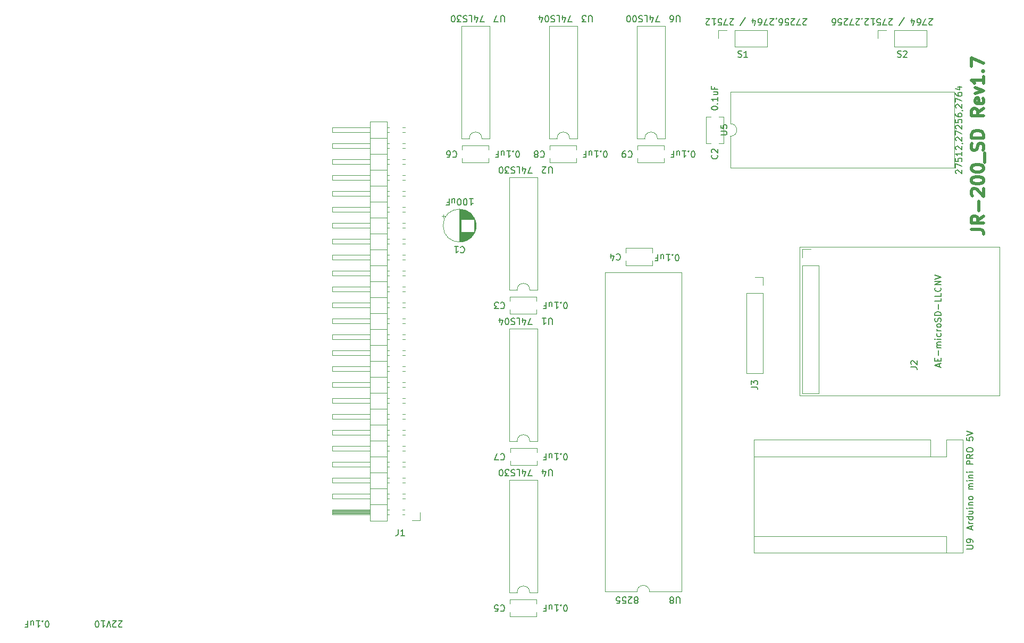
<source format=gto>
G04 #@! TF.GenerationSoftware,KiCad,Pcbnew,(5.1.9)-1*
G04 #@! TF.CreationDate,2025-01-16T13:32:40+09:00*
G04 #@! TF.ProjectId,JR-200_SD,4a522d32-3030-45f5-9344-2e6b69636164,rev?*
G04 #@! TF.SameCoordinates,PX53920b0PY93c3260*
G04 #@! TF.FileFunction,Legend,Top*
G04 #@! TF.FilePolarity,Positive*
%FSLAX46Y46*%
G04 Gerber Fmt 4.6, Leading zero omitted, Abs format (unit mm)*
G04 Created by KiCad (PCBNEW (5.1.9)-1) date 2025-01-16 13:32:40*
%MOMM*%
%LPD*%
G01*
G04 APERTURE LIST*
%ADD10C,0.150000*%
%ADD11C,0.500000*%
%ADD12C,0.120000*%
G04 APERTURE END LIST*
D10*
X89280000Y95559620D02*
X89232380Y95512000D01*
X89137142Y95464381D01*
X88899047Y95464381D01*
X88803809Y95512000D01*
X88756190Y95559620D01*
X88708571Y95654858D01*
X88708571Y95750096D01*
X88756190Y95892953D01*
X89327619Y96464381D01*
X88708571Y96464381D01*
X88375238Y95464381D02*
X87708571Y95464381D01*
X88137142Y96464381D01*
X86899047Y95464381D02*
X87089523Y95464381D01*
X87184761Y95512000D01*
X87232380Y95559620D01*
X87327619Y95702477D01*
X87375238Y95892953D01*
X87375238Y96273905D01*
X87327619Y96369143D01*
X87280000Y96416762D01*
X87184761Y96464381D01*
X86994285Y96464381D01*
X86899047Y96416762D01*
X86851428Y96369143D01*
X86803809Y96273905D01*
X86803809Y96035810D01*
X86851428Y95940572D01*
X86899047Y95892953D01*
X86994285Y95845334D01*
X87184761Y95845334D01*
X87280000Y95892953D01*
X87327619Y95940572D01*
X87375238Y96035810D01*
X85946666Y95797715D02*
X85946666Y96464381D01*
X86184761Y95416762D02*
X86422857Y96131048D01*
X85803809Y96131048D01*
X83946666Y95416762D02*
X84803809Y96702477D01*
X82899047Y95559620D02*
X82851428Y95512000D01*
X82756190Y95464381D01*
X82518095Y95464381D01*
X82422857Y95512000D01*
X82375238Y95559620D01*
X82327619Y95654858D01*
X82327619Y95750096D01*
X82375238Y95892953D01*
X82946666Y96464381D01*
X82327619Y96464381D01*
X81994285Y95464381D02*
X81327619Y95464381D01*
X81756190Y96464381D01*
X80470476Y95464381D02*
X80946666Y95464381D01*
X80994285Y95940572D01*
X80946666Y95892953D01*
X80851428Y95845334D01*
X80613333Y95845334D01*
X80518095Y95892953D01*
X80470476Y95940572D01*
X80422857Y96035810D01*
X80422857Y96273905D01*
X80470476Y96369143D01*
X80518095Y96416762D01*
X80613333Y96464381D01*
X80851428Y96464381D01*
X80946666Y96416762D01*
X80994285Y96369143D01*
X79470476Y96464381D02*
X80041904Y96464381D01*
X79756190Y96464381D02*
X79756190Y95464381D01*
X79851428Y95607239D01*
X79946666Y95702477D01*
X80041904Y95750096D01*
X79089523Y95559620D02*
X79041904Y95512000D01*
X78946666Y95464381D01*
X78708571Y95464381D01*
X78613333Y95512000D01*
X78565714Y95559620D01*
X78518095Y95654858D01*
X78518095Y95750096D01*
X78565714Y95892953D01*
X79137142Y96464381D01*
X78518095Y96464381D01*
X78041904Y96416762D02*
X78041904Y96464381D01*
X78089523Y96559620D01*
X78137142Y96607239D01*
X77660952Y95559620D02*
X77613333Y95512000D01*
X77518095Y95464381D01*
X77280000Y95464381D01*
X77184761Y95512000D01*
X77137142Y95559620D01*
X77089523Y95654858D01*
X77089523Y95750096D01*
X77137142Y95892953D01*
X77708571Y96464381D01*
X77089523Y96464381D01*
X76756190Y95464381D02*
X76089523Y95464381D01*
X76518095Y96464381D01*
X75756190Y95559620D02*
X75708571Y95512000D01*
X75613333Y95464381D01*
X75375238Y95464381D01*
X75280000Y95512000D01*
X75232380Y95559620D01*
X75184761Y95654858D01*
X75184761Y95750096D01*
X75232380Y95892953D01*
X75803809Y96464381D01*
X75184761Y96464381D01*
X74280000Y95464381D02*
X74756190Y95464381D01*
X74803809Y95940572D01*
X74756190Y95892953D01*
X74660952Y95845334D01*
X74422857Y95845334D01*
X74327619Y95892953D01*
X74280000Y95940572D01*
X74232380Y96035810D01*
X74232380Y96273905D01*
X74280000Y96369143D01*
X74327619Y96416762D01*
X74422857Y96464381D01*
X74660952Y96464381D01*
X74756190Y96416762D01*
X74803809Y96369143D01*
X73375238Y95464381D02*
X73565714Y95464381D01*
X73660952Y95512000D01*
X73708571Y95559620D01*
X73803809Y95702477D01*
X73851428Y95892953D01*
X73851428Y96273905D01*
X73803809Y96369143D01*
X73756190Y96416762D01*
X73660952Y96464381D01*
X73470476Y96464381D01*
X73375238Y96416762D01*
X73327619Y96369143D01*
X73280000Y96273905D01*
X73280000Y96035810D01*
X73327619Y95940572D01*
X73375238Y95892953D01*
X73470476Y95845334D01*
X73660952Y95845334D01*
X73756190Y95892953D01*
X73803809Y95940572D01*
X73851428Y96035810D01*
X69214000Y95559620D02*
X69166380Y95512000D01*
X69071142Y95464381D01*
X68833047Y95464381D01*
X68737809Y95512000D01*
X68690190Y95559620D01*
X68642571Y95654858D01*
X68642571Y95750096D01*
X68690190Y95892953D01*
X69261619Y96464381D01*
X68642571Y96464381D01*
X68309238Y95464381D02*
X67642571Y95464381D01*
X68071142Y96464381D01*
X67309238Y95559620D02*
X67261619Y95512000D01*
X67166380Y95464381D01*
X66928285Y95464381D01*
X66833047Y95512000D01*
X66785428Y95559620D01*
X66737809Y95654858D01*
X66737809Y95750096D01*
X66785428Y95892953D01*
X67356857Y96464381D01*
X66737809Y96464381D01*
X65833047Y95464381D02*
X66309238Y95464381D01*
X66356857Y95940572D01*
X66309238Y95892953D01*
X66214000Y95845334D01*
X65975904Y95845334D01*
X65880666Y95892953D01*
X65833047Y95940572D01*
X65785428Y96035810D01*
X65785428Y96273905D01*
X65833047Y96369143D01*
X65880666Y96416762D01*
X65975904Y96464381D01*
X66214000Y96464381D01*
X66309238Y96416762D01*
X66356857Y96369143D01*
X64928285Y95464381D02*
X65118761Y95464381D01*
X65214000Y95512000D01*
X65261619Y95559620D01*
X65356857Y95702477D01*
X65404476Y95892953D01*
X65404476Y96273905D01*
X65356857Y96369143D01*
X65309238Y96416762D01*
X65214000Y96464381D01*
X65023523Y96464381D01*
X64928285Y96416762D01*
X64880666Y96369143D01*
X64833047Y96273905D01*
X64833047Y96035810D01*
X64880666Y95940572D01*
X64928285Y95892953D01*
X65023523Y95845334D01*
X65214000Y95845334D01*
X65309238Y95892953D01*
X65356857Y95940572D01*
X65404476Y96035810D01*
X64356857Y96416762D02*
X64356857Y96464381D01*
X64404476Y96559620D01*
X64452095Y96607239D01*
X63975904Y95559620D02*
X63928285Y95512000D01*
X63833047Y95464381D01*
X63594952Y95464381D01*
X63499714Y95512000D01*
X63452095Y95559620D01*
X63404476Y95654858D01*
X63404476Y95750096D01*
X63452095Y95892953D01*
X64023523Y96464381D01*
X63404476Y96464381D01*
X63071142Y95464381D02*
X62404476Y95464381D01*
X62833047Y96464381D01*
X61594952Y95464381D02*
X61785428Y95464381D01*
X61880666Y95512000D01*
X61928285Y95559620D01*
X62023523Y95702477D01*
X62071142Y95892953D01*
X62071142Y96273905D01*
X62023523Y96369143D01*
X61975904Y96416762D01*
X61880666Y96464381D01*
X61690190Y96464381D01*
X61594952Y96416762D01*
X61547333Y96369143D01*
X61499714Y96273905D01*
X61499714Y96035810D01*
X61547333Y95940572D01*
X61594952Y95892953D01*
X61690190Y95845334D01*
X61880666Y95845334D01*
X61975904Y95892953D01*
X62023523Y95940572D01*
X62071142Y96035810D01*
X60642571Y95797715D02*
X60642571Y96464381D01*
X60880666Y95416762D02*
X61118761Y96131048D01*
X60499714Y96131048D01*
X58642571Y95416762D02*
X59499714Y96702477D01*
X57594952Y95559620D02*
X57547333Y95512000D01*
X57452095Y95464381D01*
X57214000Y95464381D01*
X57118761Y95512000D01*
X57071142Y95559620D01*
X57023523Y95654858D01*
X57023523Y95750096D01*
X57071142Y95892953D01*
X57642571Y96464381D01*
X57023523Y96464381D01*
X56690190Y95464381D02*
X56023523Y95464381D01*
X56452095Y96464381D01*
X55166380Y95464381D02*
X55642571Y95464381D01*
X55690190Y95940572D01*
X55642571Y95892953D01*
X55547333Y95845334D01*
X55309238Y95845334D01*
X55214000Y95892953D01*
X55166380Y95940572D01*
X55118761Y96035810D01*
X55118761Y96273905D01*
X55166380Y96369143D01*
X55214000Y96416762D01*
X55309238Y96464381D01*
X55547333Y96464381D01*
X55642571Y96416762D01*
X55690190Y96369143D01*
X54166380Y96464381D02*
X54737809Y96464381D01*
X54452095Y96464381D02*
X54452095Y95464381D01*
X54547333Y95607239D01*
X54642571Y95702477D01*
X54737809Y95750096D01*
X53785428Y95559620D02*
X53737809Y95512000D01*
X53642571Y95464381D01*
X53404476Y95464381D01*
X53309238Y95512000D01*
X53261619Y95559620D01*
X53214000Y95654858D01*
X53214000Y95750096D01*
X53261619Y95892953D01*
X53833047Y96464381D01*
X53214000Y96464381D01*
X15517619Y67762381D02*
X16089047Y67762381D01*
X15803333Y67762381D02*
X15803333Y66762381D01*
X15898571Y66905239D01*
X15993809Y67000477D01*
X16089047Y67048096D01*
X14898571Y66762381D02*
X14803333Y66762381D01*
X14708095Y66810000D01*
X14660476Y66857620D01*
X14612857Y66952858D01*
X14565238Y67143334D01*
X14565238Y67381429D01*
X14612857Y67571905D01*
X14660476Y67667143D01*
X14708095Y67714762D01*
X14803333Y67762381D01*
X14898571Y67762381D01*
X14993809Y67714762D01*
X15041428Y67667143D01*
X15089047Y67571905D01*
X15136666Y67381429D01*
X15136666Y67143334D01*
X15089047Y66952858D01*
X15041428Y66857620D01*
X14993809Y66810000D01*
X14898571Y66762381D01*
X13946190Y66762381D02*
X13850952Y66762381D01*
X13755714Y66810000D01*
X13708095Y66857620D01*
X13660476Y66952858D01*
X13612857Y67143334D01*
X13612857Y67381429D01*
X13660476Y67571905D01*
X13708095Y67667143D01*
X13755714Y67714762D01*
X13850952Y67762381D01*
X13946190Y67762381D01*
X14041428Y67714762D01*
X14089047Y67667143D01*
X14136666Y67571905D01*
X14184285Y67381429D01*
X14184285Y67143334D01*
X14136666Y66952858D01*
X14089047Y66857620D01*
X14041428Y66810000D01*
X13946190Y66762381D01*
X12755714Y67095715D02*
X12755714Y67762381D01*
X13184285Y67095715D02*
X13184285Y67619524D01*
X13136666Y67714762D01*
X13041428Y67762381D01*
X12898571Y67762381D01*
X12803333Y67714762D01*
X12755714Y67667143D01*
X11946190Y67238572D02*
X12279523Y67238572D01*
X12279523Y67762381D02*
X12279523Y66762381D01*
X11803333Y66762381D01*
X42163809Y3690953D02*
X42259047Y3643334D01*
X42306666Y3595715D01*
X42354285Y3500477D01*
X42354285Y3452858D01*
X42306666Y3357620D01*
X42259047Y3310000D01*
X42163809Y3262381D01*
X41973333Y3262381D01*
X41878095Y3310000D01*
X41830476Y3357620D01*
X41782857Y3452858D01*
X41782857Y3500477D01*
X41830476Y3595715D01*
X41878095Y3643334D01*
X41973333Y3690953D01*
X42163809Y3690953D01*
X42259047Y3738572D01*
X42306666Y3786191D01*
X42354285Y3881429D01*
X42354285Y4071905D01*
X42306666Y4167143D01*
X42259047Y4214762D01*
X42163809Y4262381D01*
X41973333Y4262381D01*
X41878095Y4214762D01*
X41830476Y4167143D01*
X41782857Y4071905D01*
X41782857Y3881429D01*
X41830476Y3786191D01*
X41878095Y3738572D01*
X41973333Y3690953D01*
X41401904Y3357620D02*
X41354285Y3310000D01*
X41259047Y3262381D01*
X41020952Y3262381D01*
X40925714Y3310000D01*
X40878095Y3357620D01*
X40830476Y3452858D01*
X40830476Y3548096D01*
X40878095Y3690953D01*
X41449523Y4262381D01*
X40830476Y4262381D01*
X39925714Y3262381D02*
X40401904Y3262381D01*
X40449523Y3738572D01*
X40401904Y3690953D01*
X40306666Y3643334D01*
X40068571Y3643334D01*
X39973333Y3690953D01*
X39925714Y3738572D01*
X39878095Y3833810D01*
X39878095Y4071905D01*
X39925714Y4167143D01*
X39973333Y4214762D01*
X40068571Y4262381D01*
X40306666Y4262381D01*
X40401904Y4214762D01*
X40449523Y4167143D01*
X38973333Y3262381D02*
X39449523Y3262381D01*
X39497142Y3738572D01*
X39449523Y3690953D01*
X39354285Y3643334D01*
X39116190Y3643334D01*
X39020952Y3690953D01*
X38973333Y3738572D01*
X38925714Y3833810D01*
X38925714Y4071905D01*
X38973333Y4167143D01*
X39020952Y4214762D01*
X39116190Y4262381D01*
X39354285Y4262381D01*
X39449523Y4214762D01*
X39497142Y4167143D01*
X25502857Y23582381D02*
X24836190Y23582381D01*
X25264761Y24582381D01*
X24026666Y23915715D02*
X24026666Y24582381D01*
X24264761Y23534762D02*
X24502857Y24249048D01*
X23883809Y24249048D01*
X23026666Y24582381D02*
X23502857Y24582381D01*
X23502857Y23582381D01*
X22740952Y24534762D02*
X22598095Y24582381D01*
X22360000Y24582381D01*
X22264761Y24534762D01*
X22217142Y24487143D01*
X22169523Y24391905D01*
X22169523Y24296667D01*
X22217142Y24201429D01*
X22264761Y24153810D01*
X22360000Y24106191D01*
X22550476Y24058572D01*
X22645714Y24010953D01*
X22693333Y23963334D01*
X22740952Y23868096D01*
X22740952Y23772858D01*
X22693333Y23677620D01*
X22645714Y23630000D01*
X22550476Y23582381D01*
X22312380Y23582381D01*
X22169523Y23630000D01*
X21836190Y23582381D02*
X21217142Y23582381D01*
X21550476Y23963334D01*
X21407619Y23963334D01*
X21312380Y24010953D01*
X21264761Y24058572D01*
X21217142Y24153810D01*
X21217142Y24391905D01*
X21264761Y24487143D01*
X21312380Y24534762D01*
X21407619Y24582381D01*
X21693333Y24582381D01*
X21788571Y24534762D01*
X21836190Y24487143D01*
X20598095Y23582381D02*
X20502857Y23582381D01*
X20407619Y23630000D01*
X20360000Y23677620D01*
X20312380Y23772858D01*
X20264761Y23963334D01*
X20264761Y24201429D01*
X20312380Y24391905D01*
X20360000Y24487143D01*
X20407619Y24534762D01*
X20502857Y24582381D01*
X20598095Y24582381D01*
X20693333Y24534762D01*
X20740952Y24487143D01*
X20788571Y24391905D01*
X20836190Y24201429D01*
X20836190Y23963334D01*
X20788571Y23772858D01*
X20740952Y23677620D01*
X20693333Y23630000D01*
X20598095Y23582381D01*
X25502857Y47712381D02*
X24836190Y47712381D01*
X25264761Y48712381D01*
X24026666Y48045715D02*
X24026666Y48712381D01*
X24264761Y47664762D02*
X24502857Y48379048D01*
X23883809Y48379048D01*
X23026666Y48712381D02*
X23502857Y48712381D01*
X23502857Y47712381D01*
X22740952Y48664762D02*
X22598095Y48712381D01*
X22360000Y48712381D01*
X22264761Y48664762D01*
X22217142Y48617143D01*
X22169523Y48521905D01*
X22169523Y48426667D01*
X22217142Y48331429D01*
X22264761Y48283810D01*
X22360000Y48236191D01*
X22550476Y48188572D01*
X22645714Y48140953D01*
X22693333Y48093334D01*
X22740952Y47998096D01*
X22740952Y47902858D01*
X22693333Y47807620D01*
X22645714Y47760000D01*
X22550476Y47712381D01*
X22312380Y47712381D01*
X22169523Y47760000D01*
X21550476Y47712381D02*
X21455238Y47712381D01*
X21360000Y47760000D01*
X21312380Y47807620D01*
X21264761Y47902858D01*
X21217142Y48093334D01*
X21217142Y48331429D01*
X21264761Y48521905D01*
X21312380Y48617143D01*
X21360000Y48664762D01*
X21455238Y48712381D01*
X21550476Y48712381D01*
X21645714Y48664762D01*
X21693333Y48617143D01*
X21740952Y48521905D01*
X21788571Y48331429D01*
X21788571Y48093334D01*
X21740952Y47902858D01*
X21693333Y47807620D01*
X21645714Y47760000D01*
X21550476Y47712381D01*
X20360000Y48045715D02*
X20360000Y48712381D01*
X20598095Y47664762D02*
X20836190Y48379048D01*
X20217142Y48379048D01*
X25502857Y71842381D02*
X24836190Y71842381D01*
X25264761Y72842381D01*
X24026666Y72175715D02*
X24026666Y72842381D01*
X24264761Y71794762D02*
X24502857Y72509048D01*
X23883809Y72509048D01*
X23026666Y72842381D02*
X23502857Y72842381D01*
X23502857Y71842381D01*
X22740952Y72794762D02*
X22598095Y72842381D01*
X22360000Y72842381D01*
X22264761Y72794762D01*
X22217142Y72747143D01*
X22169523Y72651905D01*
X22169523Y72556667D01*
X22217142Y72461429D01*
X22264761Y72413810D01*
X22360000Y72366191D01*
X22550476Y72318572D01*
X22645714Y72270953D01*
X22693333Y72223334D01*
X22740952Y72128096D01*
X22740952Y72032858D01*
X22693333Y71937620D01*
X22645714Y71890000D01*
X22550476Y71842381D01*
X22312380Y71842381D01*
X22169523Y71890000D01*
X21836190Y71842381D02*
X21217142Y71842381D01*
X21550476Y72223334D01*
X21407619Y72223334D01*
X21312380Y72270953D01*
X21264761Y72318572D01*
X21217142Y72413810D01*
X21217142Y72651905D01*
X21264761Y72747143D01*
X21312380Y72794762D01*
X21407619Y72842381D01*
X21693333Y72842381D01*
X21788571Y72794762D01*
X21836190Y72747143D01*
X20598095Y71842381D02*
X20502857Y71842381D01*
X20407619Y71890000D01*
X20360000Y71937620D01*
X20312380Y72032858D01*
X20264761Y72223334D01*
X20264761Y72461429D01*
X20312380Y72651905D01*
X20360000Y72747143D01*
X20407619Y72794762D01*
X20502857Y72842381D01*
X20598095Y72842381D01*
X20693333Y72794762D01*
X20740952Y72747143D01*
X20788571Y72651905D01*
X20836190Y72461429D01*
X20836190Y72223334D01*
X20788571Y72032858D01*
X20740952Y71937620D01*
X20693333Y71890000D01*
X20598095Y71842381D01*
X45822857Y95972381D02*
X45156190Y95972381D01*
X45584761Y96972381D01*
X44346666Y96305715D02*
X44346666Y96972381D01*
X44584761Y95924762D02*
X44822857Y96639048D01*
X44203809Y96639048D01*
X43346666Y96972381D02*
X43822857Y96972381D01*
X43822857Y95972381D01*
X43060952Y96924762D02*
X42918095Y96972381D01*
X42680000Y96972381D01*
X42584761Y96924762D01*
X42537142Y96877143D01*
X42489523Y96781905D01*
X42489523Y96686667D01*
X42537142Y96591429D01*
X42584761Y96543810D01*
X42680000Y96496191D01*
X42870476Y96448572D01*
X42965714Y96400953D01*
X43013333Y96353334D01*
X43060952Y96258096D01*
X43060952Y96162858D01*
X43013333Y96067620D01*
X42965714Y96020000D01*
X42870476Y95972381D01*
X42632380Y95972381D01*
X42489523Y96020000D01*
X41870476Y95972381D02*
X41775238Y95972381D01*
X41680000Y96020000D01*
X41632380Y96067620D01*
X41584761Y96162858D01*
X41537142Y96353334D01*
X41537142Y96591429D01*
X41584761Y96781905D01*
X41632380Y96877143D01*
X41680000Y96924762D01*
X41775238Y96972381D01*
X41870476Y96972381D01*
X41965714Y96924762D01*
X42013333Y96877143D01*
X42060952Y96781905D01*
X42108571Y96591429D01*
X42108571Y96353334D01*
X42060952Y96162858D01*
X42013333Y96067620D01*
X41965714Y96020000D01*
X41870476Y95972381D01*
X40918095Y95972381D02*
X40822857Y95972381D01*
X40727619Y96020000D01*
X40680000Y96067620D01*
X40632380Y96162858D01*
X40584761Y96353334D01*
X40584761Y96591429D01*
X40632380Y96781905D01*
X40680000Y96877143D01*
X40727619Y96924762D01*
X40822857Y96972381D01*
X40918095Y96972381D01*
X41013333Y96924762D01*
X41060952Y96877143D01*
X41108571Y96781905D01*
X41156190Y96591429D01*
X41156190Y96353334D01*
X41108571Y96162858D01*
X41060952Y96067620D01*
X41013333Y96020000D01*
X40918095Y95972381D01*
X31852857Y95972381D02*
X31186190Y95972381D01*
X31614761Y96972381D01*
X30376666Y96305715D02*
X30376666Y96972381D01*
X30614761Y95924762D02*
X30852857Y96639048D01*
X30233809Y96639048D01*
X29376666Y96972381D02*
X29852857Y96972381D01*
X29852857Y95972381D01*
X29090952Y96924762D02*
X28948095Y96972381D01*
X28710000Y96972381D01*
X28614761Y96924762D01*
X28567142Y96877143D01*
X28519523Y96781905D01*
X28519523Y96686667D01*
X28567142Y96591429D01*
X28614761Y96543810D01*
X28710000Y96496191D01*
X28900476Y96448572D01*
X28995714Y96400953D01*
X29043333Y96353334D01*
X29090952Y96258096D01*
X29090952Y96162858D01*
X29043333Y96067620D01*
X28995714Y96020000D01*
X28900476Y95972381D01*
X28662380Y95972381D01*
X28519523Y96020000D01*
X27900476Y95972381D02*
X27805238Y95972381D01*
X27710000Y96020000D01*
X27662380Y96067620D01*
X27614761Y96162858D01*
X27567142Y96353334D01*
X27567142Y96591429D01*
X27614761Y96781905D01*
X27662380Y96877143D01*
X27710000Y96924762D01*
X27805238Y96972381D01*
X27900476Y96972381D01*
X27995714Y96924762D01*
X28043333Y96877143D01*
X28090952Y96781905D01*
X28138571Y96591429D01*
X28138571Y96353334D01*
X28090952Y96162858D01*
X28043333Y96067620D01*
X27995714Y96020000D01*
X27900476Y95972381D01*
X26710000Y96305715D02*
X26710000Y96972381D01*
X26948095Y95924762D02*
X27186190Y96639048D01*
X26567142Y96639048D01*
X17882857Y95972381D02*
X17216190Y95972381D01*
X17644761Y96972381D01*
X16406666Y96305715D02*
X16406666Y96972381D01*
X16644761Y95924762D02*
X16882857Y96639048D01*
X16263809Y96639048D01*
X15406666Y96972381D02*
X15882857Y96972381D01*
X15882857Y95972381D01*
X15120952Y96924762D02*
X14978095Y96972381D01*
X14740000Y96972381D01*
X14644761Y96924762D01*
X14597142Y96877143D01*
X14549523Y96781905D01*
X14549523Y96686667D01*
X14597142Y96591429D01*
X14644761Y96543810D01*
X14740000Y96496191D01*
X14930476Y96448572D01*
X15025714Y96400953D01*
X15073333Y96353334D01*
X15120952Y96258096D01*
X15120952Y96162858D01*
X15073333Y96067620D01*
X15025714Y96020000D01*
X14930476Y95972381D01*
X14692380Y95972381D01*
X14549523Y96020000D01*
X14216190Y95972381D02*
X13597142Y95972381D01*
X13930476Y96353334D01*
X13787619Y96353334D01*
X13692380Y96400953D01*
X13644761Y96448572D01*
X13597142Y96543810D01*
X13597142Y96781905D01*
X13644761Y96877143D01*
X13692380Y96924762D01*
X13787619Y96972381D01*
X14073333Y96972381D01*
X14168571Y96924762D01*
X14216190Y96877143D01*
X12978095Y95972381D02*
X12882857Y95972381D01*
X12787619Y96020000D01*
X12740000Y96067620D01*
X12692380Y96162858D01*
X12644761Y96353334D01*
X12644761Y96591429D01*
X12692380Y96781905D01*
X12740000Y96877143D01*
X12787619Y96924762D01*
X12882857Y96972381D01*
X12978095Y96972381D01*
X13073333Y96924762D01*
X13120952Y96877143D01*
X13168571Y96781905D01*
X13216190Y96591429D01*
X13216190Y96353334D01*
X13168571Y96162858D01*
X13120952Y96067620D01*
X13073333Y96020000D01*
X12978095Y95972381D01*
X54062380Y82177143D02*
X54062380Y82272381D01*
X54110000Y82367620D01*
X54157619Y82415239D01*
X54252857Y82462858D01*
X54443333Y82510477D01*
X54681428Y82510477D01*
X54871904Y82462858D01*
X54967142Y82415239D01*
X55014761Y82367620D01*
X55062380Y82272381D01*
X55062380Y82177143D01*
X55014761Y82081905D01*
X54967142Y82034286D01*
X54871904Y81986667D01*
X54681428Y81939048D01*
X54443333Y81939048D01*
X54252857Y81986667D01*
X54157619Y82034286D01*
X54110000Y82081905D01*
X54062380Y82177143D01*
X54967142Y82939048D02*
X55014761Y82986667D01*
X55062380Y82939048D01*
X55014761Y82891429D01*
X54967142Y82939048D01*
X55062380Y82939048D01*
X55062380Y83939048D02*
X55062380Y83367620D01*
X55062380Y83653334D02*
X54062380Y83653334D01*
X54205238Y83558096D01*
X54300476Y83462858D01*
X54348095Y83367620D01*
X54395714Y84796191D02*
X55062380Y84796191D01*
X54395714Y84367620D02*
X54919523Y84367620D01*
X55014761Y84415239D01*
X55062380Y84510477D01*
X55062380Y84653334D01*
X55014761Y84748572D01*
X54967142Y84796191D01*
X54538571Y85605715D02*
X54538571Y85272381D01*
X55062380Y85272381D02*
X54062380Y85272381D01*
X54062380Y85748572D01*
X48632857Y57872381D02*
X48537619Y57872381D01*
X48442380Y57920000D01*
X48394761Y57967620D01*
X48347142Y58062858D01*
X48299523Y58253334D01*
X48299523Y58491429D01*
X48347142Y58681905D01*
X48394761Y58777143D01*
X48442380Y58824762D01*
X48537619Y58872381D01*
X48632857Y58872381D01*
X48728095Y58824762D01*
X48775714Y58777143D01*
X48823333Y58681905D01*
X48870952Y58491429D01*
X48870952Y58253334D01*
X48823333Y58062858D01*
X48775714Y57967620D01*
X48728095Y57920000D01*
X48632857Y57872381D01*
X47870952Y58777143D02*
X47823333Y58824762D01*
X47870952Y58872381D01*
X47918571Y58824762D01*
X47870952Y58777143D01*
X47870952Y58872381D01*
X46870952Y58872381D02*
X47442380Y58872381D01*
X47156666Y58872381D02*
X47156666Y57872381D01*
X47251904Y58015239D01*
X47347142Y58110477D01*
X47442380Y58158096D01*
X46013809Y58205715D02*
X46013809Y58872381D01*
X46442380Y58205715D02*
X46442380Y58729524D01*
X46394761Y58824762D01*
X46299523Y58872381D01*
X46156666Y58872381D01*
X46061428Y58824762D01*
X46013809Y58777143D01*
X45204285Y58348572D02*
X45537619Y58348572D01*
X45537619Y58872381D02*
X45537619Y57872381D01*
X45061428Y57872381D01*
X51172857Y74382381D02*
X51077619Y74382381D01*
X50982380Y74430000D01*
X50934761Y74477620D01*
X50887142Y74572858D01*
X50839523Y74763334D01*
X50839523Y75001429D01*
X50887142Y75191905D01*
X50934761Y75287143D01*
X50982380Y75334762D01*
X51077619Y75382381D01*
X51172857Y75382381D01*
X51268095Y75334762D01*
X51315714Y75287143D01*
X51363333Y75191905D01*
X51410952Y75001429D01*
X51410952Y74763334D01*
X51363333Y74572858D01*
X51315714Y74477620D01*
X51268095Y74430000D01*
X51172857Y74382381D01*
X50410952Y75287143D02*
X50363333Y75334762D01*
X50410952Y75382381D01*
X50458571Y75334762D01*
X50410952Y75287143D01*
X50410952Y75382381D01*
X49410952Y75382381D02*
X49982380Y75382381D01*
X49696666Y75382381D02*
X49696666Y74382381D01*
X49791904Y74525239D01*
X49887142Y74620477D01*
X49982380Y74668096D01*
X48553809Y74715715D02*
X48553809Y75382381D01*
X48982380Y74715715D02*
X48982380Y75239524D01*
X48934761Y75334762D01*
X48839523Y75382381D01*
X48696666Y75382381D01*
X48601428Y75334762D01*
X48553809Y75287143D01*
X47744285Y74858572D02*
X48077619Y74858572D01*
X48077619Y75382381D02*
X48077619Y74382381D01*
X47601428Y74382381D01*
X37202857Y74382381D02*
X37107619Y74382381D01*
X37012380Y74430000D01*
X36964761Y74477620D01*
X36917142Y74572858D01*
X36869523Y74763334D01*
X36869523Y75001429D01*
X36917142Y75191905D01*
X36964761Y75287143D01*
X37012380Y75334762D01*
X37107619Y75382381D01*
X37202857Y75382381D01*
X37298095Y75334762D01*
X37345714Y75287143D01*
X37393333Y75191905D01*
X37440952Y75001429D01*
X37440952Y74763334D01*
X37393333Y74572858D01*
X37345714Y74477620D01*
X37298095Y74430000D01*
X37202857Y74382381D01*
X36440952Y75287143D02*
X36393333Y75334762D01*
X36440952Y75382381D01*
X36488571Y75334762D01*
X36440952Y75287143D01*
X36440952Y75382381D01*
X35440952Y75382381D02*
X36012380Y75382381D01*
X35726666Y75382381D02*
X35726666Y74382381D01*
X35821904Y74525239D01*
X35917142Y74620477D01*
X36012380Y74668096D01*
X34583809Y74715715D02*
X34583809Y75382381D01*
X35012380Y74715715D02*
X35012380Y75239524D01*
X34964761Y75334762D01*
X34869523Y75382381D01*
X34726666Y75382381D01*
X34631428Y75334762D01*
X34583809Y75287143D01*
X33774285Y74858572D02*
X34107619Y74858572D01*
X34107619Y75382381D02*
X34107619Y74382381D01*
X33631428Y74382381D01*
X23232857Y74382381D02*
X23137619Y74382381D01*
X23042380Y74430000D01*
X22994761Y74477620D01*
X22947142Y74572858D01*
X22899523Y74763334D01*
X22899523Y75001429D01*
X22947142Y75191905D01*
X22994761Y75287143D01*
X23042380Y75334762D01*
X23137619Y75382381D01*
X23232857Y75382381D01*
X23328095Y75334762D01*
X23375714Y75287143D01*
X23423333Y75191905D01*
X23470952Y75001429D01*
X23470952Y74763334D01*
X23423333Y74572858D01*
X23375714Y74477620D01*
X23328095Y74430000D01*
X23232857Y74382381D01*
X22470952Y75287143D02*
X22423333Y75334762D01*
X22470952Y75382381D01*
X22518571Y75334762D01*
X22470952Y75287143D01*
X22470952Y75382381D01*
X21470952Y75382381D02*
X22042380Y75382381D01*
X21756666Y75382381D02*
X21756666Y74382381D01*
X21851904Y74525239D01*
X21947142Y74620477D01*
X22042380Y74668096D01*
X20613809Y74715715D02*
X20613809Y75382381D01*
X21042380Y74715715D02*
X21042380Y75239524D01*
X20994761Y75334762D01*
X20899523Y75382381D01*
X20756666Y75382381D01*
X20661428Y75334762D01*
X20613809Y75287143D01*
X19804285Y74858572D02*
X20137619Y74858572D01*
X20137619Y75382381D02*
X20137619Y74382381D01*
X19661428Y74382381D01*
X30852857Y26122381D02*
X30757619Y26122381D01*
X30662380Y26170000D01*
X30614761Y26217620D01*
X30567142Y26312858D01*
X30519523Y26503334D01*
X30519523Y26741429D01*
X30567142Y26931905D01*
X30614761Y27027143D01*
X30662380Y27074762D01*
X30757619Y27122381D01*
X30852857Y27122381D01*
X30948095Y27074762D01*
X30995714Y27027143D01*
X31043333Y26931905D01*
X31090952Y26741429D01*
X31090952Y26503334D01*
X31043333Y26312858D01*
X30995714Y26217620D01*
X30948095Y26170000D01*
X30852857Y26122381D01*
X30090952Y27027143D02*
X30043333Y27074762D01*
X30090952Y27122381D01*
X30138571Y27074762D01*
X30090952Y27027143D01*
X30090952Y27122381D01*
X29090952Y27122381D02*
X29662380Y27122381D01*
X29376666Y27122381D02*
X29376666Y26122381D01*
X29471904Y26265239D01*
X29567142Y26360477D01*
X29662380Y26408096D01*
X28233809Y26455715D02*
X28233809Y27122381D01*
X28662380Y26455715D02*
X28662380Y26979524D01*
X28614761Y27074762D01*
X28519523Y27122381D01*
X28376666Y27122381D01*
X28281428Y27074762D01*
X28233809Y27027143D01*
X27424285Y26598572D02*
X27757619Y26598572D01*
X27757619Y27122381D02*
X27757619Y26122381D01*
X27281428Y26122381D01*
X30852857Y1992381D02*
X30757619Y1992381D01*
X30662380Y2040000D01*
X30614761Y2087620D01*
X30567142Y2182858D01*
X30519523Y2373334D01*
X30519523Y2611429D01*
X30567142Y2801905D01*
X30614761Y2897143D01*
X30662380Y2944762D01*
X30757619Y2992381D01*
X30852857Y2992381D01*
X30948095Y2944762D01*
X30995714Y2897143D01*
X31043333Y2801905D01*
X31090952Y2611429D01*
X31090952Y2373334D01*
X31043333Y2182858D01*
X30995714Y2087620D01*
X30948095Y2040000D01*
X30852857Y1992381D01*
X30090952Y2897143D02*
X30043333Y2944762D01*
X30090952Y2992381D01*
X30138571Y2944762D01*
X30090952Y2897143D01*
X30090952Y2992381D01*
X29090952Y2992381D02*
X29662380Y2992381D01*
X29376666Y2992381D02*
X29376666Y1992381D01*
X29471904Y2135239D01*
X29567142Y2230477D01*
X29662380Y2278096D01*
X28233809Y2325715D02*
X28233809Y2992381D01*
X28662380Y2325715D02*
X28662380Y2849524D01*
X28614761Y2944762D01*
X28519523Y2992381D01*
X28376666Y2992381D01*
X28281428Y2944762D01*
X28233809Y2897143D01*
X27424285Y2468572D02*
X27757619Y2468572D01*
X27757619Y2992381D02*
X27757619Y1992381D01*
X27281428Y1992381D01*
X30852857Y50252381D02*
X30757619Y50252381D01*
X30662380Y50300000D01*
X30614761Y50347620D01*
X30567142Y50442858D01*
X30519523Y50633334D01*
X30519523Y50871429D01*
X30567142Y51061905D01*
X30614761Y51157143D01*
X30662380Y51204762D01*
X30757619Y51252381D01*
X30852857Y51252381D01*
X30948095Y51204762D01*
X30995714Y51157143D01*
X31043333Y51061905D01*
X31090952Y50871429D01*
X31090952Y50633334D01*
X31043333Y50442858D01*
X30995714Y50347620D01*
X30948095Y50300000D01*
X30852857Y50252381D01*
X30090952Y51157143D02*
X30043333Y51204762D01*
X30090952Y51252381D01*
X30138571Y51204762D01*
X30090952Y51157143D01*
X30090952Y51252381D01*
X29090952Y51252381D02*
X29662380Y51252381D01*
X29376666Y51252381D02*
X29376666Y50252381D01*
X29471904Y50395239D01*
X29567142Y50490477D01*
X29662380Y50538096D01*
X28233809Y50585715D02*
X28233809Y51252381D01*
X28662380Y50585715D02*
X28662380Y51109524D01*
X28614761Y51204762D01*
X28519523Y51252381D01*
X28376666Y51252381D01*
X28281428Y51204762D01*
X28233809Y51157143D01*
X27424285Y50728572D02*
X27757619Y50728572D01*
X27757619Y51252381D02*
X27757619Y50252381D01*
X27281428Y50252381D01*
X93047619Y71787620D02*
X93000000Y71835239D01*
X92952380Y71930477D01*
X92952380Y72168572D01*
X93000000Y72263810D01*
X93047619Y72311429D01*
X93142857Y72359048D01*
X93238095Y72359048D01*
X93380952Y72311429D01*
X93952380Y71740000D01*
X93952380Y72359048D01*
X92952380Y72692381D02*
X92952380Y73359048D01*
X93952380Y72930477D01*
X92952380Y74216191D02*
X92952380Y73740000D01*
X93428571Y73692381D01*
X93380952Y73740000D01*
X93333333Y73835239D01*
X93333333Y74073334D01*
X93380952Y74168572D01*
X93428571Y74216191D01*
X93523809Y74263810D01*
X93761904Y74263810D01*
X93857142Y74216191D01*
X93904761Y74168572D01*
X93952380Y74073334D01*
X93952380Y73835239D01*
X93904761Y73740000D01*
X93857142Y73692381D01*
X93952380Y75216191D02*
X93952380Y74644762D01*
X93952380Y74930477D02*
X92952380Y74930477D01*
X93095238Y74835239D01*
X93190476Y74740000D01*
X93238095Y74644762D01*
X93047619Y75597143D02*
X93000000Y75644762D01*
X92952380Y75740000D01*
X92952380Y75978096D01*
X93000000Y76073334D01*
X93047619Y76120953D01*
X93142857Y76168572D01*
X93238095Y76168572D01*
X93380952Y76120953D01*
X93952380Y75549524D01*
X93952380Y76168572D01*
X93904761Y76644762D02*
X93952380Y76644762D01*
X94047619Y76597143D01*
X94095238Y76549524D01*
X93047619Y77025715D02*
X93000000Y77073334D01*
X92952380Y77168572D01*
X92952380Y77406667D01*
X93000000Y77501905D01*
X93047619Y77549524D01*
X93142857Y77597143D01*
X93238095Y77597143D01*
X93380952Y77549524D01*
X93952380Y76978096D01*
X93952380Y77597143D01*
X92952380Y77930477D02*
X92952380Y78597143D01*
X93952380Y78168572D01*
X93047619Y78930477D02*
X93000000Y78978096D01*
X92952380Y79073334D01*
X92952380Y79311429D01*
X93000000Y79406667D01*
X93047619Y79454286D01*
X93142857Y79501905D01*
X93238095Y79501905D01*
X93380952Y79454286D01*
X93952380Y78882858D01*
X93952380Y79501905D01*
X92952380Y80406667D02*
X92952380Y79930477D01*
X93428571Y79882858D01*
X93380952Y79930477D01*
X93333333Y80025715D01*
X93333333Y80263810D01*
X93380952Y80359048D01*
X93428571Y80406667D01*
X93523809Y80454286D01*
X93761904Y80454286D01*
X93857142Y80406667D01*
X93904761Y80359048D01*
X93952380Y80263810D01*
X93952380Y80025715D01*
X93904761Y79930477D01*
X93857142Y79882858D01*
X92952380Y81311429D02*
X92952380Y81120953D01*
X93000000Y81025715D01*
X93047619Y80978096D01*
X93190476Y80882858D01*
X93380952Y80835239D01*
X93761904Y80835239D01*
X93857142Y80882858D01*
X93904761Y80930477D01*
X93952380Y81025715D01*
X93952380Y81216191D01*
X93904761Y81311429D01*
X93857142Y81359048D01*
X93761904Y81406667D01*
X93523809Y81406667D01*
X93428571Y81359048D01*
X93380952Y81311429D01*
X93333333Y81216191D01*
X93333333Y81025715D01*
X93380952Y80930477D01*
X93428571Y80882858D01*
X93523809Y80835239D01*
X93904761Y81882858D02*
X93952380Y81882858D01*
X94047619Y81835239D01*
X94095238Y81787620D01*
X93047619Y82263810D02*
X93000000Y82311429D01*
X92952380Y82406667D01*
X92952380Y82644762D01*
X93000000Y82740000D01*
X93047619Y82787620D01*
X93142857Y82835239D01*
X93238095Y82835239D01*
X93380952Y82787620D01*
X93952380Y82216191D01*
X93952380Y82835239D01*
X92952380Y83168572D02*
X92952380Y83835239D01*
X93952380Y83406667D01*
X92952380Y84644762D02*
X92952380Y84454286D01*
X93000000Y84359048D01*
X93047619Y84311429D01*
X93190476Y84216191D01*
X93380952Y84168572D01*
X93761904Y84168572D01*
X93857142Y84216191D01*
X93904761Y84263810D01*
X93952380Y84359048D01*
X93952380Y84549524D01*
X93904761Y84644762D01*
X93857142Y84692381D01*
X93761904Y84740000D01*
X93523809Y84740000D01*
X93428571Y84692381D01*
X93380952Y84644762D01*
X93333333Y84549524D01*
X93333333Y84359048D01*
X93380952Y84263810D01*
X93428571Y84216191D01*
X93523809Y84168572D01*
X93285714Y85597143D02*
X93952380Y85597143D01*
X92904761Y85359048D02*
X93619047Y85120953D01*
X93619047Y85740000D01*
X95416666Y15098096D02*
X95416666Y15574286D01*
X95702380Y15002858D02*
X94702380Y15336191D01*
X95702380Y15669524D01*
X95702380Y16002858D02*
X95035714Y16002858D01*
X95226190Y16002858D02*
X95130952Y16050477D01*
X95083333Y16098096D01*
X95035714Y16193334D01*
X95035714Y16288572D01*
X95702380Y17050477D02*
X94702380Y17050477D01*
X95654761Y17050477D02*
X95702380Y16955239D01*
X95702380Y16764762D01*
X95654761Y16669524D01*
X95607142Y16621905D01*
X95511904Y16574286D01*
X95226190Y16574286D01*
X95130952Y16621905D01*
X95083333Y16669524D01*
X95035714Y16764762D01*
X95035714Y16955239D01*
X95083333Y17050477D01*
X95035714Y17955239D02*
X95702380Y17955239D01*
X95035714Y17526667D02*
X95559523Y17526667D01*
X95654761Y17574286D01*
X95702380Y17669524D01*
X95702380Y17812381D01*
X95654761Y17907620D01*
X95607142Y17955239D01*
X95702380Y18431429D02*
X95035714Y18431429D01*
X94702380Y18431429D02*
X94750000Y18383810D01*
X94797619Y18431429D01*
X94750000Y18479048D01*
X94702380Y18431429D01*
X94797619Y18431429D01*
X95035714Y18907620D02*
X95702380Y18907620D01*
X95130952Y18907620D02*
X95083333Y18955239D01*
X95035714Y19050477D01*
X95035714Y19193334D01*
X95083333Y19288572D01*
X95178571Y19336191D01*
X95702380Y19336191D01*
X95702380Y19955239D02*
X95654761Y19860000D01*
X95607142Y19812381D01*
X95511904Y19764762D01*
X95226190Y19764762D01*
X95130952Y19812381D01*
X95083333Y19860000D01*
X95035714Y19955239D01*
X95035714Y20098096D01*
X95083333Y20193334D01*
X95130952Y20240953D01*
X95226190Y20288572D01*
X95511904Y20288572D01*
X95607142Y20240953D01*
X95654761Y20193334D01*
X95702380Y20098096D01*
X95702380Y19955239D01*
X95702380Y21479048D02*
X95035714Y21479048D01*
X95130952Y21479048D02*
X95083333Y21526667D01*
X95035714Y21621905D01*
X95035714Y21764762D01*
X95083333Y21860000D01*
X95178571Y21907620D01*
X95702380Y21907620D01*
X95178571Y21907620D02*
X95083333Y21955239D01*
X95035714Y22050477D01*
X95035714Y22193334D01*
X95083333Y22288572D01*
X95178571Y22336191D01*
X95702380Y22336191D01*
X95702380Y22812381D02*
X95035714Y22812381D01*
X94702380Y22812381D02*
X94750000Y22764762D01*
X94797619Y22812381D01*
X94750000Y22860000D01*
X94702380Y22812381D01*
X94797619Y22812381D01*
X95035714Y23288572D02*
X95702380Y23288572D01*
X95130952Y23288572D02*
X95083333Y23336191D01*
X95035714Y23431429D01*
X95035714Y23574286D01*
X95083333Y23669524D01*
X95178571Y23717143D01*
X95702380Y23717143D01*
X95702380Y24193334D02*
X95035714Y24193334D01*
X94702380Y24193334D02*
X94750000Y24145715D01*
X94797619Y24193334D01*
X94750000Y24240953D01*
X94702380Y24193334D01*
X94797619Y24193334D01*
X95702380Y25431429D02*
X94702380Y25431429D01*
X94702380Y25812381D01*
X94750000Y25907620D01*
X94797619Y25955239D01*
X94892857Y26002858D01*
X95035714Y26002858D01*
X95130952Y25955239D01*
X95178571Y25907620D01*
X95226190Y25812381D01*
X95226190Y25431429D01*
X95702380Y27002858D02*
X95226190Y26669524D01*
X95702380Y26431429D02*
X94702380Y26431429D01*
X94702380Y26812381D01*
X94750000Y26907620D01*
X94797619Y26955239D01*
X94892857Y27002858D01*
X95035714Y27002858D01*
X95130952Y26955239D01*
X95178571Y26907620D01*
X95226190Y26812381D01*
X95226190Y26431429D01*
X94702380Y27621905D02*
X94702380Y27812381D01*
X94750000Y27907620D01*
X94845238Y28002858D01*
X95035714Y28050477D01*
X95369047Y28050477D01*
X95559523Y28002858D01*
X95654761Y27907620D01*
X95702380Y27812381D01*
X95702380Y27621905D01*
X95654761Y27526667D01*
X95559523Y27431429D01*
X95369047Y27383810D01*
X95035714Y27383810D01*
X94845238Y27431429D01*
X94750000Y27526667D01*
X94702380Y27621905D01*
X94702380Y29717143D02*
X94702380Y29240953D01*
X95178571Y29193334D01*
X95130952Y29240953D01*
X95083333Y29336191D01*
X95083333Y29574286D01*
X95130952Y29669524D01*
X95178571Y29717143D01*
X95273809Y29764762D01*
X95511904Y29764762D01*
X95607142Y29717143D01*
X95654761Y29669524D01*
X95702380Y29574286D01*
X95702380Y29336191D01*
X95654761Y29240953D01*
X95607142Y29193334D01*
X94702380Y30050477D02*
X95702380Y30383810D01*
X94702380Y30717143D01*
D11*
X95424761Y62914286D02*
X96853333Y62914286D01*
X97139047Y62819048D01*
X97329523Y62628572D01*
X97424761Y62342858D01*
X97424761Y62152381D01*
X97424761Y65009524D02*
X96472380Y64342858D01*
X97424761Y63866667D02*
X95424761Y63866667D01*
X95424761Y64628572D01*
X95520000Y64819048D01*
X95615238Y64914286D01*
X95805714Y65009524D01*
X96091428Y65009524D01*
X96281904Y64914286D01*
X96377142Y64819048D01*
X96472380Y64628572D01*
X96472380Y63866667D01*
X96662857Y65866667D02*
X96662857Y67390477D01*
X95615238Y68247620D02*
X95520000Y68342858D01*
X95424761Y68533334D01*
X95424761Y69009524D01*
X95520000Y69200000D01*
X95615238Y69295239D01*
X95805714Y69390477D01*
X95996190Y69390477D01*
X96281904Y69295239D01*
X97424761Y68152381D01*
X97424761Y69390477D01*
X95424761Y70628572D02*
X95424761Y70819048D01*
X95520000Y71009524D01*
X95615238Y71104762D01*
X95805714Y71200000D01*
X96186666Y71295239D01*
X96662857Y71295239D01*
X97043809Y71200000D01*
X97234285Y71104762D01*
X97329523Y71009524D01*
X97424761Y70819048D01*
X97424761Y70628572D01*
X97329523Y70438096D01*
X97234285Y70342858D01*
X97043809Y70247620D01*
X96662857Y70152381D01*
X96186666Y70152381D01*
X95805714Y70247620D01*
X95615238Y70342858D01*
X95520000Y70438096D01*
X95424761Y70628572D01*
X95424761Y72533334D02*
X95424761Y72723810D01*
X95520000Y72914286D01*
X95615238Y73009524D01*
X95805714Y73104762D01*
X96186666Y73200000D01*
X96662857Y73200000D01*
X97043809Y73104762D01*
X97234285Y73009524D01*
X97329523Y72914286D01*
X97424761Y72723810D01*
X97424761Y72533334D01*
X97329523Y72342858D01*
X97234285Y72247620D01*
X97043809Y72152381D01*
X96662857Y72057143D01*
X96186666Y72057143D01*
X95805714Y72152381D01*
X95615238Y72247620D01*
X95520000Y72342858D01*
X95424761Y72533334D01*
X97615238Y73580953D02*
X97615238Y75104762D01*
X97329523Y75485715D02*
X97424761Y75771429D01*
X97424761Y76247620D01*
X97329523Y76438096D01*
X97234285Y76533334D01*
X97043809Y76628572D01*
X96853333Y76628572D01*
X96662857Y76533334D01*
X96567619Y76438096D01*
X96472380Y76247620D01*
X96377142Y75866667D01*
X96281904Y75676191D01*
X96186666Y75580953D01*
X95996190Y75485715D01*
X95805714Y75485715D01*
X95615238Y75580953D01*
X95520000Y75676191D01*
X95424761Y75866667D01*
X95424761Y76342858D01*
X95520000Y76628572D01*
X97424761Y77485715D02*
X95424761Y77485715D01*
X95424761Y77961905D01*
X95520000Y78247620D01*
X95710476Y78438096D01*
X95900952Y78533334D01*
X96281904Y78628572D01*
X96567619Y78628572D01*
X96948571Y78533334D01*
X97139047Y78438096D01*
X97329523Y78247620D01*
X97424761Y77961905D01*
X97424761Y77485715D01*
X97424761Y82152381D02*
X96472380Y81485715D01*
X97424761Y81009524D02*
X95424761Y81009524D01*
X95424761Y81771429D01*
X95520000Y81961905D01*
X95615238Y82057143D01*
X95805714Y82152381D01*
X96091428Y82152381D01*
X96281904Y82057143D01*
X96377142Y81961905D01*
X96472380Y81771429D01*
X96472380Y81009524D01*
X97329523Y83771429D02*
X97424761Y83580953D01*
X97424761Y83200000D01*
X97329523Y83009524D01*
X97139047Y82914286D01*
X96377142Y82914286D01*
X96186666Y83009524D01*
X96091428Y83200000D01*
X96091428Y83580953D01*
X96186666Y83771429D01*
X96377142Y83866667D01*
X96567619Y83866667D01*
X96758095Y82914286D01*
X96091428Y84533334D02*
X97424761Y85009524D01*
X96091428Y85485715D01*
X97424761Y87295239D02*
X97424761Y86152381D01*
X97424761Y86723810D02*
X95424761Y86723810D01*
X95710476Y86533334D01*
X95900952Y86342858D01*
X95996190Y86152381D01*
X97234285Y88152381D02*
X97329523Y88247620D01*
X97424761Y88152381D01*
X97329523Y88057143D01*
X97234285Y88152381D01*
X97424761Y88152381D01*
X95424761Y88914286D02*
X95424761Y90247620D01*
X97424761Y89390477D01*
D10*
X-39767143Y-452380D02*
X-39814762Y-500000D01*
X-39910000Y-547619D01*
X-40148096Y-547619D01*
X-40243334Y-500000D01*
X-40290953Y-452380D01*
X-40338572Y-357142D01*
X-40338572Y-261904D01*
X-40290953Y-119047D01*
X-39719524Y452381D01*
X-40338572Y452381D01*
X-40719524Y-452380D02*
X-40767143Y-500000D01*
X-40862381Y-547619D01*
X-41100477Y-547619D01*
X-41195715Y-500000D01*
X-41243334Y-452380D01*
X-41290953Y-357142D01*
X-41290953Y-261904D01*
X-41243334Y-119047D01*
X-40671905Y452381D01*
X-41290953Y452381D01*
X-41576667Y-547619D02*
X-41910000Y452381D01*
X-42243334Y-547619D01*
X-43100477Y452381D02*
X-42529048Y452381D01*
X-42814762Y452381D02*
X-42814762Y-547619D01*
X-42719524Y-404761D01*
X-42624286Y-309523D01*
X-42529048Y-261904D01*
X-43719524Y-547619D02*
X-43814762Y-547619D01*
X-43910000Y-500000D01*
X-43957620Y-452380D01*
X-44005239Y-357142D01*
X-44052858Y-166666D01*
X-44052858Y71429D01*
X-44005239Y261905D01*
X-43957620Y357143D01*
X-43910000Y404762D01*
X-43814762Y452381D01*
X-43719524Y452381D01*
X-43624286Y404762D01*
X-43576667Y357143D01*
X-43529048Y261905D01*
X-43481429Y71429D01*
X-43481429Y-166666D01*
X-43529048Y-357142D01*
X-43576667Y-452380D01*
X-43624286Y-500000D01*
X-43719524Y-547619D01*
X-51697143Y-547619D02*
X-51792381Y-547619D01*
X-51887620Y-500000D01*
X-51935239Y-452380D01*
X-51982858Y-357142D01*
X-52030477Y-166666D01*
X-52030477Y71429D01*
X-51982858Y261905D01*
X-51935239Y357143D01*
X-51887620Y404762D01*
X-51792381Y452381D01*
X-51697143Y452381D01*
X-51601905Y404762D01*
X-51554286Y357143D01*
X-51506667Y261905D01*
X-51459048Y71429D01*
X-51459048Y-166666D01*
X-51506667Y-357142D01*
X-51554286Y-452380D01*
X-51601905Y-500000D01*
X-51697143Y-547619D01*
X-52459048Y357143D02*
X-52506667Y404762D01*
X-52459048Y452381D01*
X-52411429Y404762D01*
X-52459048Y357143D01*
X-52459048Y452381D01*
X-53459048Y452381D02*
X-52887620Y452381D01*
X-53173334Y452381D02*
X-53173334Y-547619D01*
X-53078096Y-404761D01*
X-52982858Y-309523D01*
X-52887620Y-261904D01*
X-54316191Y-214285D02*
X-54316191Y452381D01*
X-53887620Y-214285D02*
X-53887620Y309524D01*
X-53935239Y404762D01*
X-54030477Y452381D01*
X-54173334Y452381D01*
X-54268572Y404762D01*
X-54316191Y357143D01*
X-55125715Y-71428D02*
X-54792381Y-71428D01*
X-54792381Y452381D02*
X-54792381Y-547619D01*
X-55268572Y-547619D01*
D12*
X40442000Y59892000D02*
X44682000Y59892000D01*
X40442000Y57152000D02*
X44682000Y57152000D01*
X40442000Y59892000D02*
X40442000Y59187000D01*
X40442000Y57857000D02*
X40442000Y57152000D01*
X44682000Y59892000D02*
X44682000Y59187000D01*
X44682000Y57857000D02*
X44682000Y57152000D01*
X44217000Y5122000D02*
X49277000Y5122000D01*
X49277000Y5122000D02*
X49277000Y56042000D01*
X49277000Y56042000D02*
X37157000Y56042000D01*
X37157000Y56042000D02*
X37157000Y5122000D01*
X37157000Y5122000D02*
X42217000Y5122000D01*
X42217000Y5122000D02*
G75*
G02*
X44217000Y5122000I1000000J0D01*
G01*
X55275000Y80840000D02*
X55980000Y80840000D01*
X53240000Y80840000D02*
X53945000Y80840000D01*
X55275000Y76600000D02*
X55980000Y76600000D01*
X53240000Y76600000D02*
X53945000Y76600000D01*
X55980000Y76600000D02*
X55980000Y80840000D01*
X53240000Y76600000D02*
X53240000Y80840000D01*
X68520000Y36770000D02*
X71180000Y36770000D01*
X68520000Y57150000D02*
X68520000Y36770000D01*
X71180000Y57150000D02*
X71180000Y36770000D01*
X68520000Y57150000D02*
X71180000Y57150000D01*
X68520000Y58420000D02*
X68520000Y59750000D01*
X68520000Y59750000D02*
X69850000Y59750000D01*
X68150000Y36400000D02*
X99950000Y36400000D01*
X99950000Y36400000D02*
X99950000Y60100000D01*
X99950000Y60100000D02*
X68150000Y60100000D01*
X68150000Y60100000D02*
X68150000Y36400000D01*
X88900000Y26670000D02*
X91440000Y26670000D01*
X91440000Y26670000D02*
X91440000Y29337000D01*
X88900000Y29337000D02*
X60833000Y29337000D01*
X94107000Y29337000D02*
X91440000Y29337000D01*
X91440000Y13970000D02*
X91440000Y11300000D01*
X91440000Y13970000D02*
X60833000Y13970000D01*
X60833000Y29337000D02*
X60833000Y11300000D01*
X88900000Y26670000D02*
X88900000Y29337000D01*
X88900000Y26670000D02*
X60833000Y26670000D01*
X60833000Y11303000D02*
X94107000Y11303000D01*
X94107000Y11303000D02*
X94107000Y29337000D01*
X59630000Y52705000D02*
X62290000Y52705000D01*
X59630000Y52705000D02*
X59630000Y39945000D01*
X59630000Y39945000D02*
X62290000Y39945000D01*
X62290000Y52705000D02*
X62290000Y39945000D01*
X62290000Y55305000D02*
X62290000Y53975000D01*
X60960000Y55305000D02*
X62290000Y55305000D01*
X7620000Y16510000D02*
X6350000Y16510000D01*
X7620000Y17780000D02*
X7620000Y16510000D01*
X5307071Y79120000D02*
X4852929Y79120000D01*
X5307071Y78360000D02*
X4852929Y78360000D01*
X2767071Y79120000D02*
X2370000Y79120000D01*
X2767071Y78360000D02*
X2370000Y78360000D01*
X-6290000Y79120000D02*
X-290000Y79120000D01*
X-6290000Y78360000D02*
X-6290000Y79120000D01*
X-290000Y78360000D02*
X-6290000Y78360000D01*
X2370000Y77470000D02*
X-290000Y77470000D01*
X5307071Y76580000D02*
X4852929Y76580000D01*
X5307071Y75820000D02*
X4852929Y75820000D01*
X2767071Y76580000D02*
X2370000Y76580000D01*
X2767071Y75820000D02*
X2370000Y75820000D01*
X-6290000Y76580000D02*
X-290000Y76580000D01*
X-6290000Y75820000D02*
X-6290000Y76580000D01*
X-290000Y75820000D02*
X-6290000Y75820000D01*
X2370000Y74930000D02*
X-290000Y74930000D01*
X5307071Y74040000D02*
X4852929Y74040000D01*
X5307071Y73280000D02*
X4852929Y73280000D01*
X2767071Y74040000D02*
X2370000Y74040000D01*
X2767071Y73280000D02*
X2370000Y73280000D01*
X-6290000Y74040000D02*
X-290000Y74040000D01*
X-6290000Y73280000D02*
X-6290000Y74040000D01*
X-290000Y73280000D02*
X-6290000Y73280000D01*
X2370000Y72390000D02*
X-290000Y72390000D01*
X5307071Y71500000D02*
X4852929Y71500000D01*
X5307071Y70740000D02*
X4852929Y70740000D01*
X2767071Y71500000D02*
X2370000Y71500000D01*
X2767071Y70740000D02*
X2370000Y70740000D01*
X-6290000Y71500000D02*
X-290000Y71500000D01*
X-6290000Y70740000D02*
X-6290000Y71500000D01*
X-290000Y70740000D02*
X-6290000Y70740000D01*
X2370000Y69850000D02*
X-290000Y69850000D01*
X5307071Y68960000D02*
X4852929Y68960000D01*
X5307071Y68200000D02*
X4852929Y68200000D01*
X2767071Y68960000D02*
X2370000Y68960000D01*
X2767071Y68200000D02*
X2370000Y68200000D01*
X-6290000Y68960000D02*
X-290000Y68960000D01*
X-6290000Y68200000D02*
X-6290000Y68960000D01*
X-290000Y68200000D02*
X-6290000Y68200000D01*
X2370000Y67310000D02*
X-290000Y67310000D01*
X5307071Y66420000D02*
X4852929Y66420000D01*
X5307071Y65660000D02*
X4852929Y65660000D01*
X2767071Y66420000D02*
X2370000Y66420000D01*
X2767071Y65660000D02*
X2370000Y65660000D01*
X-6290000Y66420000D02*
X-290000Y66420000D01*
X-6290000Y65660000D02*
X-6290000Y66420000D01*
X-290000Y65660000D02*
X-6290000Y65660000D01*
X2370000Y64770000D02*
X-290000Y64770000D01*
X5307071Y63880000D02*
X4852929Y63880000D01*
X5307071Y63120000D02*
X4852929Y63120000D01*
X2767071Y63880000D02*
X2370000Y63880000D01*
X2767071Y63120000D02*
X2370000Y63120000D01*
X-6290000Y63880000D02*
X-290000Y63880000D01*
X-6290000Y63120000D02*
X-6290000Y63880000D01*
X-290000Y63120000D02*
X-6290000Y63120000D01*
X2370000Y62230000D02*
X-290000Y62230000D01*
X5307071Y61340000D02*
X4852929Y61340000D01*
X5307071Y60580000D02*
X4852929Y60580000D01*
X2767071Y61340000D02*
X2370000Y61340000D01*
X2767071Y60580000D02*
X2370000Y60580000D01*
X-6290000Y61340000D02*
X-290000Y61340000D01*
X-6290000Y60580000D02*
X-6290000Y61340000D01*
X-290000Y60580000D02*
X-6290000Y60580000D01*
X2370000Y59690000D02*
X-290000Y59690000D01*
X5307071Y58800000D02*
X4852929Y58800000D01*
X5307071Y58040000D02*
X4852929Y58040000D01*
X2767071Y58800000D02*
X2370000Y58800000D01*
X2767071Y58040000D02*
X2370000Y58040000D01*
X-6290000Y58800000D02*
X-290000Y58800000D01*
X-6290000Y58040000D02*
X-6290000Y58800000D01*
X-290000Y58040000D02*
X-6290000Y58040000D01*
X2370000Y57150000D02*
X-290000Y57150000D01*
X5307071Y56260000D02*
X4852929Y56260000D01*
X5307071Y55500000D02*
X4852929Y55500000D01*
X2767071Y56260000D02*
X2370000Y56260000D01*
X2767071Y55500000D02*
X2370000Y55500000D01*
X-6290000Y56260000D02*
X-290000Y56260000D01*
X-6290000Y55500000D02*
X-6290000Y56260000D01*
X-290000Y55500000D02*
X-6290000Y55500000D01*
X2370000Y54610000D02*
X-290000Y54610000D01*
X5307071Y53720000D02*
X4852929Y53720000D01*
X5307071Y52960000D02*
X4852929Y52960000D01*
X2767071Y53720000D02*
X2370000Y53720000D01*
X2767071Y52960000D02*
X2370000Y52960000D01*
X-6290000Y53720000D02*
X-290000Y53720000D01*
X-6290000Y52960000D02*
X-6290000Y53720000D01*
X-290000Y52960000D02*
X-6290000Y52960000D01*
X2370000Y52070000D02*
X-290000Y52070000D01*
X5307071Y51180000D02*
X4852929Y51180000D01*
X5307071Y50420000D02*
X4852929Y50420000D01*
X2767071Y51180000D02*
X2370000Y51180000D01*
X2767071Y50420000D02*
X2370000Y50420000D01*
X-6290000Y51180000D02*
X-290000Y51180000D01*
X-6290000Y50420000D02*
X-6290000Y51180000D01*
X-290000Y50420000D02*
X-6290000Y50420000D01*
X2370000Y49530000D02*
X-290000Y49530000D01*
X5307071Y48640000D02*
X4852929Y48640000D01*
X5307071Y47880000D02*
X4852929Y47880000D01*
X2767071Y48640000D02*
X2370000Y48640000D01*
X2767071Y47880000D02*
X2370000Y47880000D01*
X-6290000Y48640000D02*
X-290000Y48640000D01*
X-6290000Y47880000D02*
X-6290000Y48640000D01*
X-290000Y47880000D02*
X-6290000Y47880000D01*
X2370000Y46990000D02*
X-290000Y46990000D01*
X5307071Y46100000D02*
X4852929Y46100000D01*
X5307071Y45340000D02*
X4852929Y45340000D01*
X2767071Y46100000D02*
X2370000Y46100000D01*
X2767071Y45340000D02*
X2370000Y45340000D01*
X-6290000Y46100000D02*
X-290000Y46100000D01*
X-6290000Y45340000D02*
X-6290000Y46100000D01*
X-290000Y45340000D02*
X-6290000Y45340000D01*
X2370000Y44450000D02*
X-290000Y44450000D01*
X5307071Y43560000D02*
X4852929Y43560000D01*
X5307071Y42800000D02*
X4852929Y42800000D01*
X2767071Y43560000D02*
X2370000Y43560000D01*
X2767071Y42800000D02*
X2370000Y42800000D01*
X-6290000Y43560000D02*
X-290000Y43560000D01*
X-6290000Y42800000D02*
X-6290000Y43560000D01*
X-290000Y42800000D02*
X-6290000Y42800000D01*
X2370000Y41910000D02*
X-290000Y41910000D01*
X5307071Y41020000D02*
X4852929Y41020000D01*
X5307071Y40260000D02*
X4852929Y40260000D01*
X2767071Y41020000D02*
X2370000Y41020000D01*
X2767071Y40260000D02*
X2370000Y40260000D01*
X-6290000Y41020000D02*
X-290000Y41020000D01*
X-6290000Y40260000D02*
X-6290000Y41020000D01*
X-290000Y40260000D02*
X-6290000Y40260000D01*
X2370000Y39370000D02*
X-290000Y39370000D01*
X5307071Y38480000D02*
X4852929Y38480000D01*
X5307071Y37720000D02*
X4852929Y37720000D01*
X2767071Y38480000D02*
X2370000Y38480000D01*
X2767071Y37720000D02*
X2370000Y37720000D01*
X-6290000Y38480000D02*
X-290000Y38480000D01*
X-6290000Y37720000D02*
X-6290000Y38480000D01*
X-290000Y37720000D02*
X-6290000Y37720000D01*
X2370000Y36830000D02*
X-290000Y36830000D01*
X5307071Y35940000D02*
X4852929Y35940000D01*
X5307071Y35180000D02*
X4852929Y35180000D01*
X2767071Y35940000D02*
X2370000Y35940000D01*
X2767071Y35180000D02*
X2370000Y35180000D01*
X-6290000Y35940000D02*
X-290000Y35940000D01*
X-6290000Y35180000D02*
X-6290000Y35940000D01*
X-290000Y35180000D02*
X-6290000Y35180000D01*
X2370000Y34290000D02*
X-290000Y34290000D01*
X5307071Y33400000D02*
X4852929Y33400000D01*
X5307071Y32640000D02*
X4852929Y32640000D01*
X2767071Y33400000D02*
X2370000Y33400000D01*
X2767071Y32640000D02*
X2370000Y32640000D01*
X-6290000Y33400000D02*
X-290000Y33400000D01*
X-6290000Y32640000D02*
X-6290000Y33400000D01*
X-290000Y32640000D02*
X-6290000Y32640000D01*
X2370000Y31750000D02*
X-290000Y31750000D01*
X5307071Y30860000D02*
X4852929Y30860000D01*
X5307071Y30100000D02*
X4852929Y30100000D01*
X2767071Y30860000D02*
X2370000Y30860000D01*
X2767071Y30100000D02*
X2370000Y30100000D01*
X-6290000Y30860000D02*
X-290000Y30860000D01*
X-6290000Y30100000D02*
X-6290000Y30860000D01*
X-290000Y30100000D02*
X-6290000Y30100000D01*
X2370000Y29210000D02*
X-290000Y29210000D01*
X5307071Y28320000D02*
X4852929Y28320000D01*
X5307071Y27560000D02*
X4852929Y27560000D01*
X2767071Y28320000D02*
X2370000Y28320000D01*
X2767071Y27560000D02*
X2370000Y27560000D01*
X-6290000Y28320000D02*
X-290000Y28320000D01*
X-6290000Y27560000D02*
X-6290000Y28320000D01*
X-290000Y27560000D02*
X-6290000Y27560000D01*
X2370000Y26670000D02*
X-290000Y26670000D01*
X5307071Y25780000D02*
X4852929Y25780000D01*
X5307071Y25020000D02*
X4852929Y25020000D01*
X2767071Y25780000D02*
X2370000Y25780000D01*
X2767071Y25020000D02*
X2370000Y25020000D01*
X-6290000Y25780000D02*
X-290000Y25780000D01*
X-6290000Y25020000D02*
X-6290000Y25780000D01*
X-290000Y25020000D02*
X-6290000Y25020000D01*
X2370000Y24130000D02*
X-290000Y24130000D01*
X5307071Y23240000D02*
X4852929Y23240000D01*
X5307071Y22480000D02*
X4852929Y22480000D01*
X2767071Y23240000D02*
X2370000Y23240000D01*
X2767071Y22480000D02*
X2370000Y22480000D01*
X-6290000Y23240000D02*
X-290000Y23240000D01*
X-6290000Y22480000D02*
X-6290000Y23240000D01*
X-290000Y22480000D02*
X-6290000Y22480000D01*
X2370000Y21590000D02*
X-290000Y21590000D01*
X5307071Y20700000D02*
X4852929Y20700000D01*
X5307071Y19940000D02*
X4852929Y19940000D01*
X2767071Y20700000D02*
X2370000Y20700000D01*
X2767071Y19940000D02*
X2370000Y19940000D01*
X-6290000Y20700000D02*
X-290000Y20700000D01*
X-6290000Y19940000D02*
X-6290000Y20700000D01*
X-290000Y19940000D02*
X-6290000Y19940000D01*
X2370000Y19050000D02*
X-290000Y19050000D01*
X5240000Y18160000D02*
X4852929Y18160000D01*
X5240000Y17400000D02*
X4852929Y17400000D01*
X2767071Y18160000D02*
X2370000Y18160000D01*
X2767071Y17400000D02*
X2370000Y17400000D01*
X-290000Y18060000D02*
X-6290000Y18060000D01*
X-290000Y17940000D02*
X-6290000Y17940000D01*
X-290000Y17820000D02*
X-6290000Y17820000D01*
X-290000Y17700000D02*
X-6290000Y17700000D01*
X-290000Y17580000D02*
X-6290000Y17580000D01*
X-290000Y17460000D02*
X-6290000Y17460000D01*
X-6290000Y18160000D02*
X-290000Y18160000D01*
X-6290000Y17400000D02*
X-6290000Y18160000D01*
X-290000Y17400000D02*
X-6290000Y17400000D01*
X-290000Y16450000D02*
X2370000Y16450000D01*
X-290000Y80070000D02*
X-290000Y16450000D01*
X2370000Y80070000D02*
X-290000Y80070000D01*
X2370000Y16450000D02*
X2370000Y80070000D01*
X16570000Y63500000D02*
G75*
G03*
X16570000Y63500000I-2620000J0D01*
G01*
X13950000Y66080000D02*
X13950000Y60920000D01*
X13990000Y66080000D02*
X13990000Y60920000D01*
X14030000Y66079000D02*
X14030000Y60921000D01*
X14070000Y66078000D02*
X14070000Y60922000D01*
X14110000Y66076000D02*
X14110000Y60924000D01*
X14150000Y66073000D02*
X14150000Y60927000D01*
X14190000Y66069000D02*
X14190000Y64540000D01*
X14190000Y62460000D02*
X14190000Y60931000D01*
X14230000Y66065000D02*
X14230000Y64540000D01*
X14230000Y62460000D02*
X14230000Y60935000D01*
X14270000Y66061000D02*
X14270000Y64540000D01*
X14270000Y62460000D02*
X14270000Y60939000D01*
X14310000Y66056000D02*
X14310000Y64540000D01*
X14310000Y62460000D02*
X14310000Y60944000D01*
X14350000Y66050000D02*
X14350000Y64540000D01*
X14350000Y62460000D02*
X14350000Y60950000D01*
X14390000Y66043000D02*
X14390000Y64540000D01*
X14390000Y62460000D02*
X14390000Y60957000D01*
X14430000Y66036000D02*
X14430000Y64540000D01*
X14430000Y62460000D02*
X14430000Y60964000D01*
X14470000Y66028000D02*
X14470000Y64540000D01*
X14470000Y62460000D02*
X14470000Y60972000D01*
X14510000Y66020000D02*
X14510000Y64540000D01*
X14510000Y62460000D02*
X14510000Y60980000D01*
X14550000Y66011000D02*
X14550000Y64540000D01*
X14550000Y62460000D02*
X14550000Y60989000D01*
X14590000Y66001000D02*
X14590000Y64540000D01*
X14590000Y62460000D02*
X14590000Y60999000D01*
X14630000Y65991000D02*
X14630000Y64540000D01*
X14630000Y62460000D02*
X14630000Y61009000D01*
X14671000Y65980000D02*
X14671000Y64540000D01*
X14671000Y62460000D02*
X14671000Y61020000D01*
X14711000Y65968000D02*
X14711000Y64540000D01*
X14711000Y62460000D02*
X14711000Y61032000D01*
X14751000Y65955000D02*
X14751000Y64540000D01*
X14751000Y62460000D02*
X14751000Y61045000D01*
X14791000Y65942000D02*
X14791000Y64540000D01*
X14791000Y62460000D02*
X14791000Y61058000D01*
X14831000Y65928000D02*
X14831000Y64540000D01*
X14831000Y62460000D02*
X14831000Y61072000D01*
X14871000Y65914000D02*
X14871000Y64540000D01*
X14871000Y62460000D02*
X14871000Y61086000D01*
X14911000Y65898000D02*
X14911000Y64540000D01*
X14911000Y62460000D02*
X14911000Y61102000D01*
X14951000Y65882000D02*
X14951000Y64540000D01*
X14951000Y62460000D02*
X14951000Y61118000D01*
X14991000Y65865000D02*
X14991000Y64540000D01*
X14991000Y62460000D02*
X14991000Y61135000D01*
X15031000Y65848000D02*
X15031000Y64540000D01*
X15031000Y62460000D02*
X15031000Y61152000D01*
X15071000Y65829000D02*
X15071000Y64540000D01*
X15071000Y62460000D02*
X15071000Y61171000D01*
X15111000Y65810000D02*
X15111000Y64540000D01*
X15111000Y62460000D02*
X15111000Y61190000D01*
X15151000Y65790000D02*
X15151000Y64540000D01*
X15151000Y62460000D02*
X15151000Y61210000D01*
X15191000Y65768000D02*
X15191000Y64540000D01*
X15191000Y62460000D02*
X15191000Y61232000D01*
X15231000Y65747000D02*
X15231000Y64540000D01*
X15231000Y62460000D02*
X15231000Y61253000D01*
X15271000Y65724000D02*
X15271000Y64540000D01*
X15271000Y62460000D02*
X15271000Y61276000D01*
X15311000Y65700000D02*
X15311000Y64540000D01*
X15311000Y62460000D02*
X15311000Y61300000D01*
X15351000Y65675000D02*
X15351000Y64540000D01*
X15351000Y62460000D02*
X15351000Y61325000D01*
X15391000Y65649000D02*
X15391000Y64540000D01*
X15391000Y62460000D02*
X15391000Y61351000D01*
X15431000Y65622000D02*
X15431000Y64540000D01*
X15431000Y62460000D02*
X15431000Y61378000D01*
X15471000Y65595000D02*
X15471000Y64540000D01*
X15471000Y62460000D02*
X15471000Y61405000D01*
X15511000Y65565000D02*
X15511000Y64540000D01*
X15511000Y62460000D02*
X15511000Y61435000D01*
X15551000Y65535000D02*
X15551000Y64540000D01*
X15551000Y62460000D02*
X15551000Y61465000D01*
X15591000Y65504000D02*
X15591000Y64540000D01*
X15591000Y62460000D02*
X15591000Y61496000D01*
X15631000Y65471000D02*
X15631000Y64540000D01*
X15631000Y62460000D02*
X15631000Y61529000D01*
X15671000Y65437000D02*
X15671000Y64540000D01*
X15671000Y62460000D02*
X15671000Y61563000D01*
X15711000Y65401000D02*
X15711000Y64540000D01*
X15711000Y62460000D02*
X15711000Y61599000D01*
X15751000Y65364000D02*
X15751000Y64540000D01*
X15751000Y62460000D02*
X15751000Y61636000D01*
X15791000Y65326000D02*
X15791000Y64540000D01*
X15791000Y62460000D02*
X15791000Y61674000D01*
X15831000Y65285000D02*
X15831000Y64540000D01*
X15831000Y62460000D02*
X15831000Y61715000D01*
X15871000Y65243000D02*
X15871000Y64540000D01*
X15871000Y62460000D02*
X15871000Y61757000D01*
X15911000Y65199000D02*
X15911000Y64540000D01*
X15911000Y62460000D02*
X15911000Y61801000D01*
X15951000Y65153000D02*
X15951000Y64540000D01*
X15951000Y62460000D02*
X15951000Y61847000D01*
X15991000Y65105000D02*
X15991000Y64540000D01*
X15991000Y62460000D02*
X15991000Y61895000D01*
X16031000Y65054000D02*
X16031000Y64540000D01*
X16031000Y62460000D02*
X16031000Y61946000D01*
X16071000Y65000000D02*
X16071000Y64540000D01*
X16071000Y62460000D02*
X16071000Y62000000D01*
X16111000Y64943000D02*
X16111000Y64540000D01*
X16111000Y62460000D02*
X16111000Y62057000D01*
X16151000Y64883000D02*
X16151000Y64540000D01*
X16151000Y62460000D02*
X16151000Y62117000D01*
X16191000Y64819000D02*
X16191000Y64540000D01*
X16191000Y62460000D02*
X16191000Y62181000D01*
X16231000Y64751000D02*
X16231000Y64540000D01*
X16231000Y62460000D02*
X16231000Y62249000D01*
X16271000Y64678000D02*
X16271000Y62322000D01*
X16311000Y64598000D02*
X16311000Y62402000D01*
X16351000Y64511000D02*
X16351000Y62489000D01*
X16391000Y64415000D02*
X16391000Y62585000D01*
X16431000Y64305000D02*
X16431000Y62695000D01*
X16471000Y64177000D02*
X16471000Y62823000D01*
X16511000Y64018000D02*
X16511000Y62982000D01*
X16551000Y63784000D02*
X16551000Y63216000D01*
X11145225Y64975000D02*
X11645225Y64975000D01*
X11395225Y65225000D02*
X11395225Y64725000D01*
X21880000Y29150000D02*
X23130000Y29150000D01*
X21880000Y47050000D02*
X21880000Y29150000D01*
X26380000Y47050000D02*
X21880000Y47050000D01*
X26380000Y29150000D02*
X26380000Y47050000D01*
X25130000Y29150000D02*
X26380000Y29150000D01*
X23130000Y29150000D02*
G75*
G02*
X25130000Y29150000I1000000J0D01*
G01*
X25130000Y53280000D02*
X26380000Y53280000D01*
X26380000Y53280000D02*
X26380000Y71180000D01*
X26380000Y71180000D02*
X21880000Y71180000D01*
X21880000Y71180000D02*
X21880000Y53280000D01*
X21880000Y53280000D02*
X23130000Y53280000D01*
X23130000Y53280000D02*
G75*
G02*
X25130000Y53280000I1000000J0D01*
G01*
X31480000Y77410000D02*
X32730000Y77410000D01*
X32730000Y77410000D02*
X32730000Y95310000D01*
X32730000Y95310000D02*
X28230000Y95310000D01*
X28230000Y95310000D02*
X28230000Y77410000D01*
X28230000Y77410000D02*
X29480000Y77410000D01*
X29480000Y77410000D02*
G75*
G02*
X31480000Y77410000I1000000J0D01*
G01*
X21880000Y5020000D02*
X23130000Y5020000D01*
X21880000Y22920000D02*
X21880000Y5020000D01*
X26380000Y22920000D02*
X21880000Y22920000D01*
X26380000Y5020000D02*
X26380000Y22920000D01*
X25130000Y5020000D02*
X26380000Y5020000D01*
X23130000Y5020000D02*
G75*
G02*
X25130000Y5020000I1000000J0D01*
G01*
X42200000Y77410000D02*
X43450000Y77410000D01*
X42200000Y95310000D02*
X42200000Y77410000D01*
X46700000Y95310000D02*
X42200000Y95310000D01*
X46700000Y77410000D02*
X46700000Y95310000D01*
X45450000Y77410000D02*
X46700000Y77410000D01*
X43450000Y77410000D02*
G75*
G02*
X45450000Y77410000I1000000J0D01*
G01*
X14260000Y77410000D02*
X15510000Y77410000D01*
X14260000Y95310000D02*
X14260000Y77410000D01*
X18760000Y95310000D02*
X14260000Y95310000D01*
X18760000Y77410000D02*
X18760000Y95310000D01*
X17510000Y77410000D02*
X18760000Y77410000D01*
X15510000Y77410000D02*
G75*
G02*
X17510000Y77410000I1000000J0D01*
G01*
X21990000Y52170000D02*
X26230000Y52170000D01*
X21990000Y49430000D02*
X26230000Y49430000D01*
X21990000Y52170000D02*
X21990000Y51465000D01*
X21990000Y50135000D02*
X21990000Y49430000D01*
X26230000Y52170000D02*
X26230000Y51465000D01*
X26230000Y50135000D02*
X26230000Y49430000D01*
X21990000Y3910000D02*
X26230000Y3910000D01*
X21990000Y1170000D02*
X26230000Y1170000D01*
X21990000Y3910000D02*
X21990000Y3205000D01*
X21990000Y1875000D02*
X21990000Y1170000D01*
X26230000Y3910000D02*
X26230000Y3205000D01*
X26230000Y1875000D02*
X26230000Y1170000D01*
X14370000Y76300000D02*
X18610000Y76300000D01*
X14370000Y73560000D02*
X18610000Y73560000D01*
X14370000Y76300000D02*
X14370000Y75595000D01*
X14370000Y74265000D02*
X14370000Y73560000D01*
X18610000Y76300000D02*
X18610000Y75595000D01*
X18610000Y74265000D02*
X18610000Y73560000D01*
X26270000Y26005000D02*
X26270000Y25300000D01*
X26270000Y28040000D02*
X26270000Y27335000D01*
X22030000Y26005000D02*
X22030000Y25300000D01*
X22030000Y28040000D02*
X22030000Y27335000D01*
X22030000Y25300000D02*
X26270000Y25300000D01*
X22030000Y28040000D02*
X26270000Y28040000D01*
X28340000Y76300000D02*
X32580000Y76300000D01*
X28340000Y73560000D02*
X32580000Y73560000D01*
X28340000Y76300000D02*
X28340000Y75595000D01*
X28340000Y74265000D02*
X28340000Y73560000D01*
X32580000Y76300000D02*
X32580000Y75595000D01*
X32580000Y74265000D02*
X32580000Y73560000D01*
X46550000Y74265000D02*
X46550000Y73560000D01*
X46550000Y76300000D02*
X46550000Y75595000D01*
X42310000Y74265000D02*
X42310000Y73560000D01*
X42310000Y76300000D02*
X42310000Y75595000D01*
X42310000Y73560000D02*
X46550000Y73560000D01*
X42310000Y76300000D02*
X46550000Y76300000D01*
X57785000Y92015000D02*
X57785000Y94675000D01*
X57785000Y92015000D02*
X62925000Y92015000D01*
X62925000Y92015000D02*
X62925000Y94675000D01*
X57785000Y94675000D02*
X62925000Y94675000D01*
X55185000Y94675000D02*
X56515000Y94675000D01*
X55185000Y93345000D02*
X55185000Y94675000D01*
X80585000Y93345000D02*
X80585000Y94675000D01*
X80585000Y94675000D02*
X81915000Y94675000D01*
X83185000Y94675000D02*
X88325000Y94675000D01*
X88325000Y92015000D02*
X88325000Y94675000D01*
X83185000Y92015000D02*
X88325000Y92015000D01*
X83185000Y92015000D02*
X83185000Y94675000D01*
X57090000Y84800000D02*
X57090000Y79740000D01*
X92770000Y84800000D02*
X57090000Y84800000D01*
X92770000Y72680000D02*
X92770000Y84800000D01*
X57090000Y72680000D02*
X92770000Y72680000D01*
X57090000Y77740000D02*
X57090000Y72680000D01*
X57090000Y79740000D02*
G75*
G02*
X57090000Y77740000I0J-1000000D01*
G01*
D10*
X38938666Y58879143D02*
X38986285Y58926762D01*
X39129142Y58974381D01*
X39224380Y58974381D01*
X39367238Y58926762D01*
X39462476Y58831524D01*
X39510095Y58736286D01*
X39557714Y58545810D01*
X39557714Y58402953D01*
X39510095Y58212477D01*
X39462476Y58117239D01*
X39367238Y58022000D01*
X39224380Y57974381D01*
X39129142Y57974381D01*
X38986285Y58022000D01*
X38938666Y58069620D01*
X38081523Y58307715D02*
X38081523Y58974381D01*
X38319619Y57926762D02*
X38557714Y58641048D01*
X37938666Y58641048D01*
X49021904Y3262381D02*
X49021904Y4071905D01*
X48974285Y4167143D01*
X48926666Y4214762D01*
X48831428Y4262381D01*
X48640952Y4262381D01*
X48545714Y4214762D01*
X48498095Y4167143D01*
X48450476Y4071905D01*
X48450476Y3262381D01*
X47831428Y3690953D02*
X47926666Y3643334D01*
X47974285Y3595715D01*
X48021904Y3500477D01*
X48021904Y3452858D01*
X47974285Y3357620D01*
X47926666Y3310000D01*
X47831428Y3262381D01*
X47640952Y3262381D01*
X47545714Y3310000D01*
X47498095Y3357620D01*
X47450476Y3452858D01*
X47450476Y3500477D01*
X47498095Y3595715D01*
X47545714Y3643334D01*
X47640952Y3690953D01*
X47831428Y3690953D01*
X47926666Y3738572D01*
X47974285Y3786191D01*
X48021904Y3881429D01*
X48021904Y4071905D01*
X47974285Y4167143D01*
X47926666Y4214762D01*
X47831428Y4262381D01*
X47640952Y4262381D01*
X47545714Y4214762D01*
X47498095Y4167143D01*
X47450476Y4071905D01*
X47450476Y3881429D01*
X47498095Y3786191D01*
X47545714Y3738572D01*
X47640952Y3690953D01*
X54967142Y74763334D02*
X55014761Y74715715D01*
X55062380Y74572858D01*
X55062380Y74477620D01*
X55014761Y74334762D01*
X54919523Y74239524D01*
X54824285Y74191905D01*
X54633809Y74144286D01*
X54490952Y74144286D01*
X54300476Y74191905D01*
X54205238Y74239524D01*
X54110000Y74334762D01*
X54062380Y74477620D01*
X54062380Y74572858D01*
X54110000Y74715715D01*
X54157619Y74763334D01*
X54157619Y75144286D02*
X54110000Y75191905D01*
X54062380Y75287143D01*
X54062380Y75525239D01*
X54110000Y75620477D01*
X54157619Y75668096D01*
X54252857Y75715715D01*
X54348095Y75715715D01*
X54490952Y75668096D01*
X55062380Y75096667D01*
X55062380Y75715715D01*
X85812380Y40941667D02*
X86526666Y40941667D01*
X86669523Y40894048D01*
X86764761Y40798810D01*
X86812380Y40655953D01*
X86812380Y40560715D01*
X85907619Y41370239D02*
X85860000Y41417858D01*
X85812380Y41513096D01*
X85812380Y41751191D01*
X85860000Y41846429D01*
X85907619Y41894048D01*
X86002857Y41941667D01*
X86098095Y41941667D01*
X86240952Y41894048D01*
X86812380Y41322620D01*
X86812380Y41941667D01*
X90336666Y40998096D02*
X90336666Y41474286D01*
X90622380Y40902858D02*
X89622380Y41236191D01*
X90622380Y41569524D01*
X90098571Y41902858D02*
X90098571Y42236191D01*
X90622380Y42379048D02*
X90622380Y41902858D01*
X89622380Y41902858D01*
X89622380Y42379048D01*
X90241428Y42807620D02*
X90241428Y43569524D01*
X90622380Y44045715D02*
X89955714Y44045715D01*
X90050952Y44045715D02*
X90003333Y44093334D01*
X89955714Y44188572D01*
X89955714Y44331429D01*
X90003333Y44426667D01*
X90098571Y44474286D01*
X90622380Y44474286D01*
X90098571Y44474286D02*
X90003333Y44521905D01*
X89955714Y44617143D01*
X89955714Y44760000D01*
X90003333Y44855239D01*
X90098571Y44902858D01*
X90622380Y44902858D01*
X90622380Y45379048D02*
X89955714Y45379048D01*
X89622380Y45379048D02*
X89670000Y45331429D01*
X89717619Y45379048D01*
X89670000Y45426667D01*
X89622380Y45379048D01*
X89717619Y45379048D01*
X90574761Y46283810D02*
X90622380Y46188572D01*
X90622380Y45998096D01*
X90574761Y45902858D01*
X90527142Y45855239D01*
X90431904Y45807620D01*
X90146190Y45807620D01*
X90050952Y45855239D01*
X90003333Y45902858D01*
X89955714Y45998096D01*
X89955714Y46188572D01*
X90003333Y46283810D01*
X90622380Y46712381D02*
X89955714Y46712381D01*
X90146190Y46712381D02*
X90050952Y46760000D01*
X90003333Y46807620D01*
X89955714Y46902858D01*
X89955714Y46998096D01*
X90622380Y47474286D02*
X90574761Y47379048D01*
X90527142Y47331429D01*
X90431904Y47283810D01*
X90146190Y47283810D01*
X90050952Y47331429D01*
X90003333Y47379048D01*
X89955714Y47474286D01*
X89955714Y47617143D01*
X90003333Y47712381D01*
X90050952Y47760000D01*
X90146190Y47807620D01*
X90431904Y47807620D01*
X90527142Y47760000D01*
X90574761Y47712381D01*
X90622380Y47617143D01*
X90622380Y47474286D01*
X90574761Y48188572D02*
X90622380Y48331429D01*
X90622380Y48569524D01*
X90574761Y48664762D01*
X90527142Y48712381D01*
X90431904Y48760000D01*
X90336666Y48760000D01*
X90241428Y48712381D01*
X90193809Y48664762D01*
X90146190Y48569524D01*
X90098571Y48379048D01*
X90050952Y48283810D01*
X90003333Y48236191D01*
X89908095Y48188572D01*
X89812857Y48188572D01*
X89717619Y48236191D01*
X89670000Y48283810D01*
X89622380Y48379048D01*
X89622380Y48617143D01*
X89670000Y48760000D01*
X90622380Y49188572D02*
X89622380Y49188572D01*
X89622380Y49426667D01*
X89670000Y49569524D01*
X89765238Y49664762D01*
X89860476Y49712381D01*
X90050952Y49760000D01*
X90193809Y49760000D01*
X90384285Y49712381D01*
X90479523Y49664762D01*
X90574761Y49569524D01*
X90622380Y49426667D01*
X90622380Y49188572D01*
X90241428Y50188572D02*
X90241428Y50950477D01*
X90622380Y51902858D02*
X90622380Y51426667D01*
X89622380Y51426667D01*
X90622380Y52712381D02*
X90622380Y52236191D01*
X89622380Y52236191D01*
X90527142Y53617143D02*
X90574761Y53569524D01*
X90622380Y53426667D01*
X90622380Y53331429D01*
X90574761Y53188572D01*
X90479523Y53093334D01*
X90384285Y53045715D01*
X90193809Y52998096D01*
X90050952Y52998096D01*
X89860476Y53045715D01*
X89765238Y53093334D01*
X89670000Y53188572D01*
X89622380Y53331429D01*
X89622380Y53426667D01*
X89670000Y53569524D01*
X89717619Y53617143D01*
X90622380Y54045715D02*
X89622380Y54045715D01*
X90622380Y54617143D01*
X89622380Y54617143D01*
X89622380Y54950477D02*
X90622380Y55283810D01*
X89622380Y55617143D01*
X94702380Y11938096D02*
X95511904Y11938096D01*
X95607142Y11985715D01*
X95654761Y12033334D01*
X95702380Y12128572D01*
X95702380Y12319048D01*
X95654761Y12414286D01*
X95607142Y12461905D01*
X95511904Y12509524D01*
X94702380Y12509524D01*
X95702380Y13033334D02*
X95702380Y13223810D01*
X95654761Y13319048D01*
X95607142Y13366667D01*
X95464285Y13461905D01*
X95273809Y13509524D01*
X94892857Y13509524D01*
X94797619Y13461905D01*
X94750000Y13414286D01*
X94702380Y13319048D01*
X94702380Y13128572D01*
X94750000Y13033334D01*
X94797619Y12985715D01*
X94892857Y12938096D01*
X95130952Y12938096D01*
X95226190Y12985715D01*
X95273809Y13033334D01*
X95321428Y13128572D01*
X95321428Y13319048D01*
X95273809Y13414286D01*
X95226190Y13461905D01*
X95130952Y13509524D01*
X60412380Y37766667D02*
X61126666Y37766667D01*
X61269523Y37719048D01*
X61364761Y37623810D01*
X61412380Y37480953D01*
X61412380Y37385715D01*
X60412380Y38147620D02*
X60412380Y38766667D01*
X60793333Y38433334D01*
X60793333Y38576191D01*
X60840952Y38671429D01*
X60888571Y38719048D01*
X60983809Y38766667D01*
X61221904Y38766667D01*
X61317142Y38719048D01*
X61364761Y38671429D01*
X61412380Y38576191D01*
X61412380Y38290477D01*
X61364761Y38195239D01*
X61317142Y38147620D01*
X4166666Y15047620D02*
X4166666Y14333334D01*
X4119047Y14190477D01*
X4023809Y14095239D01*
X3880952Y14047620D01*
X3785714Y14047620D01*
X5166666Y14047620D02*
X4595238Y14047620D01*
X4880952Y14047620D02*
X4880952Y15047620D01*
X4785714Y14904762D01*
X4690476Y14809524D01*
X4595238Y14761905D01*
X14116666Y60047143D02*
X14164285Y60094762D01*
X14307142Y60142381D01*
X14402380Y60142381D01*
X14545238Y60094762D01*
X14640476Y59999524D01*
X14688095Y59904286D01*
X14735714Y59713810D01*
X14735714Y59570953D01*
X14688095Y59380477D01*
X14640476Y59285239D01*
X14545238Y59190000D01*
X14402380Y59142381D01*
X14307142Y59142381D01*
X14164285Y59190000D01*
X14116666Y59237620D01*
X13164285Y60142381D02*
X13735714Y60142381D01*
X13450000Y60142381D02*
X13450000Y59142381D01*
X13545238Y59285239D01*
X13640476Y59380477D01*
X13735714Y59428096D01*
X28701904Y47712381D02*
X28701904Y48521905D01*
X28654285Y48617143D01*
X28606666Y48664762D01*
X28511428Y48712381D01*
X28320952Y48712381D01*
X28225714Y48664762D01*
X28178095Y48617143D01*
X28130476Y48521905D01*
X28130476Y47712381D01*
X27130476Y48712381D02*
X27701904Y48712381D01*
X27416190Y48712381D02*
X27416190Y47712381D01*
X27511428Y47855239D01*
X27606666Y47950477D01*
X27701904Y47998096D01*
X28701904Y71842381D02*
X28701904Y72651905D01*
X28654285Y72747143D01*
X28606666Y72794762D01*
X28511428Y72842381D01*
X28320952Y72842381D01*
X28225714Y72794762D01*
X28178095Y72747143D01*
X28130476Y72651905D01*
X28130476Y71842381D01*
X27701904Y71937620D02*
X27654285Y71890000D01*
X27559047Y71842381D01*
X27320952Y71842381D01*
X27225714Y71890000D01*
X27178095Y71937620D01*
X27130476Y72032858D01*
X27130476Y72128096D01*
X27178095Y72270953D01*
X27749523Y72842381D01*
X27130476Y72842381D01*
X35051904Y95972381D02*
X35051904Y96781905D01*
X35004285Y96877143D01*
X34956666Y96924762D01*
X34861428Y96972381D01*
X34670952Y96972381D01*
X34575714Y96924762D01*
X34528095Y96877143D01*
X34480476Y96781905D01*
X34480476Y95972381D01*
X34099523Y95972381D02*
X33480476Y95972381D01*
X33813809Y96353334D01*
X33670952Y96353334D01*
X33575714Y96400953D01*
X33528095Y96448572D01*
X33480476Y96543810D01*
X33480476Y96781905D01*
X33528095Y96877143D01*
X33575714Y96924762D01*
X33670952Y96972381D01*
X33956666Y96972381D01*
X34051904Y96924762D01*
X34099523Y96877143D01*
X28701904Y23582381D02*
X28701904Y24391905D01*
X28654285Y24487143D01*
X28606666Y24534762D01*
X28511428Y24582381D01*
X28320952Y24582381D01*
X28225714Y24534762D01*
X28178095Y24487143D01*
X28130476Y24391905D01*
X28130476Y23582381D01*
X27225714Y23915715D02*
X27225714Y24582381D01*
X27463809Y23534762D02*
X27701904Y24249048D01*
X27082857Y24249048D01*
X49021904Y95972381D02*
X49021904Y96781905D01*
X48974285Y96877143D01*
X48926666Y96924762D01*
X48831428Y96972381D01*
X48640952Y96972381D01*
X48545714Y96924762D01*
X48498095Y96877143D01*
X48450476Y96781905D01*
X48450476Y95972381D01*
X47545714Y95972381D02*
X47736190Y95972381D01*
X47831428Y96020000D01*
X47879047Y96067620D01*
X47974285Y96210477D01*
X48021904Y96400953D01*
X48021904Y96781905D01*
X47974285Y96877143D01*
X47926666Y96924762D01*
X47831428Y96972381D01*
X47640952Y96972381D01*
X47545714Y96924762D01*
X47498095Y96877143D01*
X47450476Y96781905D01*
X47450476Y96543810D01*
X47498095Y96448572D01*
X47545714Y96400953D01*
X47640952Y96353334D01*
X47831428Y96353334D01*
X47926666Y96400953D01*
X47974285Y96448572D01*
X48021904Y96543810D01*
X21081904Y95972381D02*
X21081904Y96781905D01*
X21034285Y96877143D01*
X20986666Y96924762D01*
X20891428Y96972381D01*
X20700952Y96972381D01*
X20605714Y96924762D01*
X20558095Y96877143D01*
X20510476Y96781905D01*
X20510476Y95972381D01*
X20129523Y95972381D02*
X19462857Y95972381D01*
X19891428Y96972381D01*
X20486666Y51157143D02*
X20534285Y51204762D01*
X20677142Y51252381D01*
X20772380Y51252381D01*
X20915238Y51204762D01*
X21010476Y51109524D01*
X21058095Y51014286D01*
X21105714Y50823810D01*
X21105714Y50680953D01*
X21058095Y50490477D01*
X21010476Y50395239D01*
X20915238Y50300000D01*
X20772380Y50252381D01*
X20677142Y50252381D01*
X20534285Y50300000D01*
X20486666Y50347620D01*
X20153333Y50252381D02*
X19534285Y50252381D01*
X19867619Y50633334D01*
X19724761Y50633334D01*
X19629523Y50680953D01*
X19581904Y50728572D01*
X19534285Y50823810D01*
X19534285Y51061905D01*
X19581904Y51157143D01*
X19629523Y51204762D01*
X19724761Y51252381D01*
X20010476Y51252381D01*
X20105714Y51204762D01*
X20153333Y51157143D01*
X20486666Y2897143D02*
X20534285Y2944762D01*
X20677142Y2992381D01*
X20772380Y2992381D01*
X20915238Y2944762D01*
X21010476Y2849524D01*
X21058095Y2754286D01*
X21105714Y2563810D01*
X21105714Y2420953D01*
X21058095Y2230477D01*
X21010476Y2135239D01*
X20915238Y2040000D01*
X20772380Y1992381D01*
X20677142Y1992381D01*
X20534285Y2040000D01*
X20486666Y2087620D01*
X19581904Y1992381D02*
X20058095Y1992381D01*
X20105714Y2468572D01*
X20058095Y2420953D01*
X19962857Y2373334D01*
X19724761Y2373334D01*
X19629523Y2420953D01*
X19581904Y2468572D01*
X19534285Y2563810D01*
X19534285Y2801905D01*
X19581904Y2897143D01*
X19629523Y2944762D01*
X19724761Y2992381D01*
X19962857Y2992381D01*
X20058095Y2944762D01*
X20105714Y2897143D01*
X12866666Y75287143D02*
X12914285Y75334762D01*
X13057142Y75382381D01*
X13152380Y75382381D01*
X13295238Y75334762D01*
X13390476Y75239524D01*
X13438095Y75144286D01*
X13485714Y74953810D01*
X13485714Y74810953D01*
X13438095Y74620477D01*
X13390476Y74525239D01*
X13295238Y74430000D01*
X13152380Y74382381D01*
X13057142Y74382381D01*
X12914285Y74430000D01*
X12866666Y74477620D01*
X12009523Y74382381D02*
X12200000Y74382381D01*
X12295238Y74430000D01*
X12342857Y74477620D01*
X12438095Y74620477D01*
X12485714Y74810953D01*
X12485714Y75191905D01*
X12438095Y75287143D01*
X12390476Y75334762D01*
X12295238Y75382381D01*
X12104761Y75382381D01*
X12009523Y75334762D01*
X11961904Y75287143D01*
X11914285Y75191905D01*
X11914285Y74953810D01*
X11961904Y74858572D01*
X12009523Y74810953D01*
X12104761Y74763334D01*
X12295238Y74763334D01*
X12390476Y74810953D01*
X12438095Y74858572D01*
X12485714Y74953810D01*
X20486666Y27027143D02*
X20534285Y27074762D01*
X20677142Y27122381D01*
X20772380Y27122381D01*
X20915238Y27074762D01*
X21010476Y26979524D01*
X21058095Y26884286D01*
X21105714Y26693810D01*
X21105714Y26550953D01*
X21058095Y26360477D01*
X21010476Y26265239D01*
X20915238Y26170000D01*
X20772380Y26122381D01*
X20677142Y26122381D01*
X20534285Y26170000D01*
X20486666Y26217620D01*
X20153333Y26122381D02*
X19486666Y26122381D01*
X19915238Y27122381D01*
X26836666Y75287143D02*
X26884285Y75334762D01*
X27027142Y75382381D01*
X27122380Y75382381D01*
X27265238Y75334762D01*
X27360476Y75239524D01*
X27408095Y75144286D01*
X27455714Y74953810D01*
X27455714Y74810953D01*
X27408095Y74620477D01*
X27360476Y74525239D01*
X27265238Y74430000D01*
X27122380Y74382381D01*
X27027142Y74382381D01*
X26884285Y74430000D01*
X26836666Y74477620D01*
X26265238Y74810953D02*
X26360476Y74763334D01*
X26408095Y74715715D01*
X26455714Y74620477D01*
X26455714Y74572858D01*
X26408095Y74477620D01*
X26360476Y74430000D01*
X26265238Y74382381D01*
X26074761Y74382381D01*
X25979523Y74430000D01*
X25931904Y74477620D01*
X25884285Y74572858D01*
X25884285Y74620477D01*
X25931904Y74715715D01*
X25979523Y74763334D01*
X26074761Y74810953D01*
X26265238Y74810953D01*
X26360476Y74858572D01*
X26408095Y74906191D01*
X26455714Y75001429D01*
X26455714Y75191905D01*
X26408095Y75287143D01*
X26360476Y75334762D01*
X26265238Y75382381D01*
X26074761Y75382381D01*
X25979523Y75334762D01*
X25931904Y75287143D01*
X25884285Y75191905D01*
X25884285Y75001429D01*
X25931904Y74906191D01*
X25979523Y74858572D01*
X26074761Y74810953D01*
X40806666Y75287143D02*
X40854285Y75334762D01*
X40997142Y75382381D01*
X41092380Y75382381D01*
X41235238Y75334762D01*
X41330476Y75239524D01*
X41378095Y75144286D01*
X41425714Y74953810D01*
X41425714Y74810953D01*
X41378095Y74620477D01*
X41330476Y74525239D01*
X41235238Y74430000D01*
X41092380Y74382381D01*
X40997142Y74382381D01*
X40854285Y74430000D01*
X40806666Y74477620D01*
X40330476Y75382381D02*
X40140000Y75382381D01*
X40044761Y75334762D01*
X39997142Y75287143D01*
X39901904Y75144286D01*
X39854285Y74953810D01*
X39854285Y74572858D01*
X39901904Y74477620D01*
X39949523Y74430000D01*
X40044761Y74382381D01*
X40235238Y74382381D01*
X40330476Y74430000D01*
X40378095Y74477620D01*
X40425714Y74572858D01*
X40425714Y74810953D01*
X40378095Y74906191D01*
X40330476Y74953810D01*
X40235238Y75001429D01*
X40044761Y75001429D01*
X39949523Y74953810D01*
X39901904Y74906191D01*
X39854285Y74810953D01*
X58293095Y90400239D02*
X58435952Y90352620D01*
X58674047Y90352620D01*
X58769285Y90400239D01*
X58816904Y90447858D01*
X58864523Y90543096D01*
X58864523Y90638334D01*
X58816904Y90733572D01*
X58769285Y90781191D01*
X58674047Y90828810D01*
X58483571Y90876429D01*
X58388333Y90924048D01*
X58340714Y90971667D01*
X58293095Y91066905D01*
X58293095Y91162143D01*
X58340714Y91257381D01*
X58388333Y91305000D01*
X58483571Y91352620D01*
X58721666Y91352620D01*
X58864523Y91305000D01*
X59816904Y90352620D02*
X59245476Y90352620D01*
X59531190Y90352620D02*
X59531190Y91352620D01*
X59435952Y91209762D01*
X59340714Y91114524D01*
X59245476Y91066905D01*
X83693095Y90400239D02*
X83835952Y90352620D01*
X84074047Y90352620D01*
X84169285Y90400239D01*
X84216904Y90447858D01*
X84264523Y90543096D01*
X84264523Y90638334D01*
X84216904Y90733572D01*
X84169285Y90781191D01*
X84074047Y90828810D01*
X83883571Y90876429D01*
X83788333Y90924048D01*
X83740714Y90971667D01*
X83693095Y91066905D01*
X83693095Y91162143D01*
X83740714Y91257381D01*
X83788333Y91305000D01*
X83883571Y91352620D01*
X84121666Y91352620D01*
X84264523Y91305000D01*
X84645476Y91257381D02*
X84693095Y91305000D01*
X84788333Y91352620D01*
X85026428Y91352620D01*
X85121666Y91305000D01*
X85169285Y91257381D01*
X85216904Y91162143D01*
X85216904Y91066905D01*
X85169285Y90924048D01*
X84597857Y90352620D01*
X85216904Y90352620D01*
X55542380Y77978096D02*
X56351904Y77978096D01*
X56447142Y78025715D01*
X56494761Y78073334D01*
X56542380Y78168572D01*
X56542380Y78359048D01*
X56494761Y78454286D01*
X56447142Y78501905D01*
X56351904Y78549524D01*
X55542380Y78549524D01*
X55542380Y79501905D02*
X55542380Y79025715D01*
X56018571Y78978096D01*
X55970952Y79025715D01*
X55923333Y79120953D01*
X55923333Y79359048D01*
X55970952Y79454286D01*
X56018571Y79501905D01*
X56113809Y79549524D01*
X56351904Y79549524D01*
X56447142Y79501905D01*
X56494761Y79454286D01*
X56542380Y79359048D01*
X56542380Y79120953D01*
X56494761Y79025715D01*
X56447142Y78978096D01*
M02*

</source>
